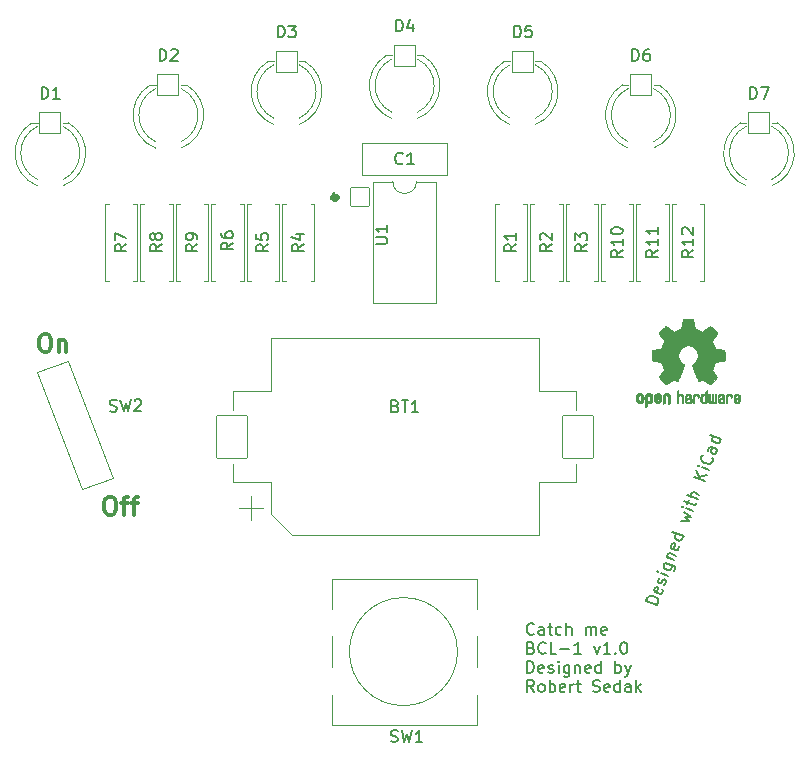
<source format=gto>
G04 #@! TF.GenerationSoftware,KiCad,Pcbnew,6.0.11-2627ca5db0~126~ubuntu20.04.1*
G04 #@! TF.CreationDate,2025-11-03T09:59:40+01:00*
G04 #@! TF.ProjectId,attiny85_catch_me_bcl-1,61747469-6e79-4383-955f-63617463685f,1.0*
G04 #@! TF.SameCoordinates,Original*
G04 #@! TF.FileFunction,Legend,Top*
G04 #@! TF.FilePolarity,Positive*
%FSLAX46Y46*%
G04 Gerber Fmt 4.6, Leading zero omitted, Abs format (unit mm)*
G04 Created by KiCad (PCBNEW 6.0.11-2627ca5db0~126~ubuntu20.04.1) date 2025-11-03 09:59:40*
%MOMM*%
%LPD*%
G01*
G04 APERTURE LIST*
G04 Aperture macros list*
%AMRoundRect*
0 Rectangle with rounded corners*
0 $1 Rounding radius*
0 $2 $3 $4 $5 $6 $7 $8 $9 X,Y pos of 4 corners*
0 Add a 4 corners polygon primitive as box body*
4,1,4,$2,$3,$4,$5,$6,$7,$8,$9,$2,$3,0*
0 Add four circle primitives for the rounded corners*
1,1,$1+$1,$2,$3*
1,1,$1+$1,$4,$5*
1,1,$1+$1,$6,$7*
1,1,$1+$1,$8,$9*
0 Add four rect primitives between the rounded corners*
20,1,$1+$1,$2,$3,$4,$5,0*
20,1,$1+$1,$4,$5,$6,$7,0*
20,1,$1+$1,$6,$7,$8,$9,0*
20,1,$1+$1,$8,$9,$2,$3,0*%
G04 Aperture macros list end*
%ADD10C,0.600000*%
%ADD11C,0.300000*%
%ADD12C,0.200000*%
%ADD13C,0.150000*%
%ADD14C,0.120000*%
%ADD15C,0.010000*%
%ADD16RoundRect,0.526000X0.413263X0.667431X-0.753713X0.219471X-0.413263X-0.667431X0.753713X-0.219471X0*%
%ADD17RoundRect,0.051000X0.438312X0.984465X-0.984465X0.438312X-0.438312X-0.984465X0.984465X-0.438312X0*%
%ADD18C,1.626000*%
%ADD19C,1.702000*%
%ADD20O,1.702000X1.702000*%
%ADD21RoundRect,0.051000X-0.800000X-0.800000X0.800000X-0.800000X0.800000X0.800000X-0.800000X0.800000X0*%
%ADD22O,3.150000X1.952000*%
%ADD23RoundRect,0.051000X1.300000X1.800000X-1.300000X1.800000X-1.300000X-1.800000X1.300000X-1.800000X0*%
%ADD24RoundRect,0.051000X-0.900000X0.900000X-0.900000X-0.900000X0.900000X-0.900000X0.900000X0.900000X0*%
%ADD25C,1.902000*%
G04 APERTURE END LIST*
D10*
X99226800Y-82000000D02*
G75*
G03*
X99226800Y-82000000I-141400J0D01*
G01*
D11*
X79925000Y-107353571D02*
X80210714Y-107353571D01*
X80353571Y-107425000D01*
X80496428Y-107567857D01*
X80567857Y-107853571D01*
X80567857Y-108353571D01*
X80496428Y-108639285D01*
X80353571Y-108782142D01*
X80210714Y-108853571D01*
X79925000Y-108853571D01*
X79782142Y-108782142D01*
X79639285Y-108639285D01*
X79567857Y-108353571D01*
X79567857Y-107853571D01*
X79639285Y-107567857D01*
X79782142Y-107425000D01*
X79925000Y-107353571D01*
X80996428Y-107853571D02*
X81567857Y-107853571D01*
X81210714Y-108853571D02*
X81210714Y-107567857D01*
X81282142Y-107425000D01*
X81425000Y-107353571D01*
X81567857Y-107353571D01*
X81853571Y-107853571D02*
X82425000Y-107853571D01*
X82067857Y-108853571D02*
X82067857Y-107567857D01*
X82139285Y-107425000D01*
X82282142Y-107353571D01*
X82425000Y-107353571D01*
X74428571Y-93578571D02*
X74714285Y-93578571D01*
X74857142Y-93650000D01*
X75000000Y-93792857D01*
X75071428Y-94078571D01*
X75071428Y-94578571D01*
X75000000Y-94864285D01*
X74857142Y-95007142D01*
X74714285Y-95078571D01*
X74428571Y-95078571D01*
X74285714Y-95007142D01*
X74142857Y-94864285D01*
X74071428Y-94578571D01*
X74071428Y-94078571D01*
X74142857Y-93792857D01*
X74285714Y-93650000D01*
X74428571Y-93578571D01*
X75714285Y-94078571D02*
X75714285Y-95078571D01*
X75714285Y-94221428D02*
X75785714Y-94150000D01*
X75928571Y-94078571D01*
X76142857Y-94078571D01*
X76285714Y-94150000D01*
X76357142Y-94292857D01*
X76357142Y-95078571D01*
D12*
X126377041Y-116507800D02*
X125443461Y-116149432D01*
X125528787Y-115927151D01*
X125624438Y-115810847D01*
X125747481Y-115756065D01*
X125853458Y-115745739D01*
X126048348Y-115769543D01*
X126181717Y-115820739D01*
X126342477Y-115933456D01*
X126414324Y-116012042D01*
X126469106Y-116135085D01*
X126462367Y-116285519D01*
X126377041Y-116507800D01*
X126827474Y-115201504D02*
X126837800Y-115307482D01*
X126769540Y-115485307D01*
X126690953Y-115557154D01*
X126584975Y-115567480D01*
X126229326Y-115430959D01*
X126157479Y-115352372D01*
X126147153Y-115246395D01*
X126215413Y-115068570D01*
X126294000Y-114996723D01*
X126399977Y-114986397D01*
X126488890Y-115020527D01*
X126407151Y-115499219D01*
X126981060Y-114801398D02*
X127059647Y-114729551D01*
X127127907Y-114551726D01*
X127117582Y-114445749D01*
X127045734Y-114367162D01*
X127001278Y-114350097D01*
X126895301Y-114360423D01*
X126816714Y-114432270D01*
X126765519Y-114565639D01*
X126686932Y-114637486D01*
X126580955Y-114647812D01*
X126536498Y-114630747D01*
X126464651Y-114552161D01*
X126454325Y-114446183D01*
X126505521Y-114312814D01*
X126584107Y-114240967D01*
X127332689Y-114018252D02*
X126710302Y-113779340D01*
X126399109Y-113659884D02*
X126426500Y-113721405D01*
X126488021Y-113694014D01*
X126460630Y-113632493D01*
X126399109Y-113659884D01*
X126488021Y-113694014D01*
X127034540Y-112934672D02*
X127790295Y-113224779D01*
X127862143Y-113303366D01*
X127889534Y-113364887D01*
X127899860Y-113470865D01*
X127848664Y-113604233D01*
X127770078Y-113676081D01*
X127612471Y-113156519D02*
X127622797Y-113262496D01*
X127554536Y-113440321D01*
X127475950Y-113512168D01*
X127414428Y-113539559D01*
X127308451Y-113549885D01*
X127041713Y-113447495D01*
X126969866Y-113368908D01*
X126942475Y-113307387D01*
X126932149Y-113201409D01*
X127000410Y-113023584D01*
X127078996Y-112951737D01*
X127205191Y-112490110D02*
X127827578Y-112729022D01*
X127294104Y-112524240D02*
X127266713Y-112462719D01*
X127256387Y-112356741D01*
X127307582Y-112223372D01*
X127386169Y-112151525D01*
X127492146Y-112141199D01*
X127981165Y-112328916D01*
X128243881Y-111511639D02*
X128254207Y-111617616D01*
X128185946Y-111795441D01*
X128107360Y-111867289D01*
X128001382Y-111877615D01*
X127645732Y-111741093D01*
X127573885Y-111662507D01*
X127563559Y-111556529D01*
X127631820Y-111378704D01*
X127710406Y-111306857D01*
X127816384Y-111296531D01*
X127905296Y-111330662D01*
X127823557Y-111809354D01*
X128612575Y-110684036D02*
X127678994Y-110325668D01*
X128568118Y-110666971D02*
X128578444Y-110772948D01*
X128510184Y-110950773D01*
X128431597Y-111022621D01*
X128370076Y-111050012D01*
X128264098Y-111060338D01*
X127997361Y-110957947D01*
X127925514Y-110879360D01*
X127898123Y-110817839D01*
X127887797Y-110711861D01*
X127956057Y-110534036D01*
X128034644Y-110462189D01*
X128399751Y-109378175D02*
X129090399Y-109439262D01*
X128714097Y-109090786D01*
X129226920Y-109083612D01*
X128672793Y-108666876D01*
X129431701Y-108550138D02*
X128809315Y-108311226D01*
X128498121Y-108191770D02*
X128525512Y-108253291D01*
X128587033Y-108225900D01*
X128559642Y-108164379D01*
X128498121Y-108191770D01*
X128587033Y-108225900D01*
X128928770Y-108000032D02*
X129065292Y-107644383D01*
X128668772Y-107747208D02*
X129468984Y-108054380D01*
X129574962Y-108044054D01*
X129653548Y-107972207D01*
X129687679Y-107883295D01*
X129807135Y-107572101D02*
X128873554Y-107213733D01*
X129960721Y-107171995D02*
X129471702Y-106984279D01*
X129365725Y-106994605D01*
X129287138Y-107066452D01*
X129235943Y-107199821D01*
X129246269Y-107305798D01*
X129273660Y-107367320D01*
X130404414Y-106016134D02*
X129470834Y-105657766D01*
X130609196Y-105482659D02*
X129922135Y-105677984D01*
X129675616Y-105124291D02*
X130004309Y-105862548D01*
X130762782Y-105082553D02*
X130140395Y-104843642D01*
X129829202Y-104724186D02*
X129856593Y-104785707D01*
X129918114Y-104758316D01*
X129890723Y-104696794D01*
X129829202Y-104724186D01*
X129918114Y-104758316D01*
X131049303Y-104070387D02*
X131076694Y-104131908D01*
X131069955Y-104282342D01*
X131035825Y-104371254D01*
X130940173Y-104487558D01*
X130817130Y-104542340D01*
X130711153Y-104552666D01*
X130516263Y-104528861D01*
X130382894Y-104477666D01*
X130222134Y-104364949D01*
X130150287Y-104286363D01*
X130095505Y-104163320D01*
X130102244Y-104012886D01*
X130136375Y-103923974D01*
X130232026Y-103807670D01*
X130293547Y-103780279D01*
X131445388Y-103304305D02*
X130956370Y-103116588D01*
X130850392Y-103126914D01*
X130771806Y-103198762D01*
X130703545Y-103376587D01*
X130713871Y-103482564D01*
X131400932Y-103287240D02*
X131411258Y-103393217D01*
X131325932Y-103615499D01*
X131247346Y-103687346D01*
X131141368Y-103697672D01*
X131052456Y-103663541D01*
X130980608Y-103584955D01*
X130970282Y-103478977D01*
X131055608Y-103256696D01*
X131045282Y-103150719D01*
X131769626Y-102459637D02*
X130836045Y-102101269D01*
X131725169Y-102442572D02*
X131735495Y-102548549D01*
X131667235Y-102726374D01*
X131588648Y-102798222D01*
X131527127Y-102825613D01*
X131421149Y-102835939D01*
X131154412Y-102733548D01*
X131082565Y-102654961D01*
X131055174Y-102593440D01*
X131044848Y-102487462D01*
X131113108Y-102309637D01*
X131191695Y-102237790D01*
X115939523Y-118942142D02*
X115891904Y-118989761D01*
X115749047Y-119037380D01*
X115653809Y-119037380D01*
X115510952Y-118989761D01*
X115415714Y-118894523D01*
X115368095Y-118799285D01*
X115320476Y-118608809D01*
X115320476Y-118465952D01*
X115368095Y-118275476D01*
X115415714Y-118180238D01*
X115510952Y-118085000D01*
X115653809Y-118037380D01*
X115749047Y-118037380D01*
X115891904Y-118085000D01*
X115939523Y-118132619D01*
X116796666Y-119037380D02*
X116796666Y-118513571D01*
X116749047Y-118418333D01*
X116653809Y-118370714D01*
X116463333Y-118370714D01*
X116368095Y-118418333D01*
X116796666Y-118989761D02*
X116701428Y-119037380D01*
X116463333Y-119037380D01*
X116368095Y-118989761D01*
X116320476Y-118894523D01*
X116320476Y-118799285D01*
X116368095Y-118704047D01*
X116463333Y-118656428D01*
X116701428Y-118656428D01*
X116796666Y-118608809D01*
X117130000Y-118370714D02*
X117510952Y-118370714D01*
X117272857Y-118037380D02*
X117272857Y-118894523D01*
X117320476Y-118989761D01*
X117415714Y-119037380D01*
X117510952Y-119037380D01*
X118272857Y-118989761D02*
X118177619Y-119037380D01*
X117987142Y-119037380D01*
X117891904Y-118989761D01*
X117844285Y-118942142D01*
X117796666Y-118846904D01*
X117796666Y-118561190D01*
X117844285Y-118465952D01*
X117891904Y-118418333D01*
X117987142Y-118370714D01*
X118177619Y-118370714D01*
X118272857Y-118418333D01*
X118701428Y-119037380D02*
X118701428Y-118037380D01*
X119130000Y-119037380D02*
X119130000Y-118513571D01*
X119082380Y-118418333D01*
X118987142Y-118370714D01*
X118844285Y-118370714D01*
X118749047Y-118418333D01*
X118701428Y-118465952D01*
X120368095Y-119037380D02*
X120368095Y-118370714D01*
X120368095Y-118465952D02*
X120415714Y-118418333D01*
X120510952Y-118370714D01*
X120653809Y-118370714D01*
X120749047Y-118418333D01*
X120796666Y-118513571D01*
X120796666Y-119037380D01*
X120796666Y-118513571D02*
X120844285Y-118418333D01*
X120939523Y-118370714D01*
X121082380Y-118370714D01*
X121177619Y-118418333D01*
X121225238Y-118513571D01*
X121225238Y-119037380D01*
X122082380Y-118989761D02*
X121987142Y-119037380D01*
X121796666Y-119037380D01*
X121701428Y-118989761D01*
X121653809Y-118894523D01*
X121653809Y-118513571D01*
X121701428Y-118418333D01*
X121796666Y-118370714D01*
X121987142Y-118370714D01*
X122082380Y-118418333D01*
X122130000Y-118513571D01*
X122130000Y-118608809D01*
X121653809Y-118704047D01*
X115701428Y-120123571D02*
X115844285Y-120171190D01*
X115891904Y-120218809D01*
X115939523Y-120314047D01*
X115939523Y-120456904D01*
X115891904Y-120552142D01*
X115844285Y-120599761D01*
X115749047Y-120647380D01*
X115368095Y-120647380D01*
X115368095Y-119647380D01*
X115701428Y-119647380D01*
X115796666Y-119695000D01*
X115844285Y-119742619D01*
X115891904Y-119837857D01*
X115891904Y-119933095D01*
X115844285Y-120028333D01*
X115796666Y-120075952D01*
X115701428Y-120123571D01*
X115368095Y-120123571D01*
X116939523Y-120552142D02*
X116891904Y-120599761D01*
X116749047Y-120647380D01*
X116653809Y-120647380D01*
X116510952Y-120599761D01*
X116415714Y-120504523D01*
X116368095Y-120409285D01*
X116320476Y-120218809D01*
X116320476Y-120075952D01*
X116368095Y-119885476D01*
X116415714Y-119790238D01*
X116510952Y-119695000D01*
X116653809Y-119647380D01*
X116749047Y-119647380D01*
X116891904Y-119695000D01*
X116939523Y-119742619D01*
X117844285Y-120647380D02*
X117368095Y-120647380D01*
X117368095Y-119647380D01*
X118177619Y-120266428D02*
X118939523Y-120266428D01*
X119939523Y-120647380D02*
X119368095Y-120647380D01*
X119653809Y-120647380D02*
X119653809Y-119647380D01*
X119558571Y-119790238D01*
X119463333Y-119885476D01*
X119368095Y-119933095D01*
X121034761Y-119980714D02*
X121272857Y-120647380D01*
X121510952Y-119980714D01*
X122415714Y-120647380D02*
X121844285Y-120647380D01*
X122130000Y-120647380D02*
X122130000Y-119647380D01*
X122034761Y-119790238D01*
X121939523Y-119885476D01*
X121844285Y-119933095D01*
X122844285Y-120552142D02*
X122891904Y-120599761D01*
X122844285Y-120647380D01*
X122796666Y-120599761D01*
X122844285Y-120552142D01*
X122844285Y-120647380D01*
X123510952Y-119647380D02*
X123606190Y-119647380D01*
X123701428Y-119695000D01*
X123749047Y-119742619D01*
X123796666Y-119837857D01*
X123844285Y-120028333D01*
X123844285Y-120266428D01*
X123796666Y-120456904D01*
X123749047Y-120552142D01*
X123701428Y-120599761D01*
X123606190Y-120647380D01*
X123510952Y-120647380D01*
X123415714Y-120599761D01*
X123368095Y-120552142D01*
X123320476Y-120456904D01*
X123272857Y-120266428D01*
X123272857Y-120028333D01*
X123320476Y-119837857D01*
X123368095Y-119742619D01*
X123415714Y-119695000D01*
X123510952Y-119647380D01*
X115368095Y-122257380D02*
X115368095Y-121257380D01*
X115606190Y-121257380D01*
X115749047Y-121305000D01*
X115844285Y-121400238D01*
X115891904Y-121495476D01*
X115939523Y-121685952D01*
X115939523Y-121828809D01*
X115891904Y-122019285D01*
X115844285Y-122114523D01*
X115749047Y-122209761D01*
X115606190Y-122257380D01*
X115368095Y-122257380D01*
X116749047Y-122209761D02*
X116653809Y-122257380D01*
X116463333Y-122257380D01*
X116368095Y-122209761D01*
X116320476Y-122114523D01*
X116320476Y-121733571D01*
X116368095Y-121638333D01*
X116463333Y-121590714D01*
X116653809Y-121590714D01*
X116749047Y-121638333D01*
X116796666Y-121733571D01*
X116796666Y-121828809D01*
X116320476Y-121924047D01*
X117177619Y-122209761D02*
X117272857Y-122257380D01*
X117463333Y-122257380D01*
X117558571Y-122209761D01*
X117606190Y-122114523D01*
X117606190Y-122066904D01*
X117558571Y-121971666D01*
X117463333Y-121924047D01*
X117320476Y-121924047D01*
X117225238Y-121876428D01*
X117177619Y-121781190D01*
X117177619Y-121733571D01*
X117225238Y-121638333D01*
X117320476Y-121590714D01*
X117463333Y-121590714D01*
X117558571Y-121638333D01*
X118034761Y-122257380D02*
X118034761Y-121590714D01*
X118034761Y-121257380D02*
X117987142Y-121305000D01*
X118034761Y-121352619D01*
X118082380Y-121305000D01*
X118034761Y-121257380D01*
X118034761Y-121352619D01*
X118939523Y-121590714D02*
X118939523Y-122400238D01*
X118891904Y-122495476D01*
X118844285Y-122543095D01*
X118749047Y-122590714D01*
X118606190Y-122590714D01*
X118510952Y-122543095D01*
X118939523Y-122209761D02*
X118844285Y-122257380D01*
X118653809Y-122257380D01*
X118558571Y-122209761D01*
X118510952Y-122162142D01*
X118463333Y-122066904D01*
X118463333Y-121781190D01*
X118510952Y-121685952D01*
X118558571Y-121638333D01*
X118653809Y-121590714D01*
X118844285Y-121590714D01*
X118939523Y-121638333D01*
X119415714Y-121590714D02*
X119415714Y-122257380D01*
X119415714Y-121685952D02*
X119463333Y-121638333D01*
X119558571Y-121590714D01*
X119701428Y-121590714D01*
X119796666Y-121638333D01*
X119844285Y-121733571D01*
X119844285Y-122257380D01*
X120701428Y-122209761D02*
X120606190Y-122257380D01*
X120415714Y-122257380D01*
X120320476Y-122209761D01*
X120272857Y-122114523D01*
X120272857Y-121733571D01*
X120320476Y-121638333D01*
X120415714Y-121590714D01*
X120606190Y-121590714D01*
X120701428Y-121638333D01*
X120749047Y-121733571D01*
X120749047Y-121828809D01*
X120272857Y-121924047D01*
X121606190Y-122257380D02*
X121606190Y-121257380D01*
X121606190Y-122209761D02*
X121510952Y-122257380D01*
X121320476Y-122257380D01*
X121225238Y-122209761D01*
X121177619Y-122162142D01*
X121130000Y-122066904D01*
X121130000Y-121781190D01*
X121177619Y-121685952D01*
X121225238Y-121638333D01*
X121320476Y-121590714D01*
X121510952Y-121590714D01*
X121606190Y-121638333D01*
X122844285Y-122257380D02*
X122844285Y-121257380D01*
X122844285Y-121638333D02*
X122939523Y-121590714D01*
X123130000Y-121590714D01*
X123225238Y-121638333D01*
X123272857Y-121685952D01*
X123320476Y-121781190D01*
X123320476Y-122066904D01*
X123272857Y-122162142D01*
X123225238Y-122209761D01*
X123130000Y-122257380D01*
X122939523Y-122257380D01*
X122844285Y-122209761D01*
X123653809Y-121590714D02*
X123891904Y-122257380D01*
X124130000Y-121590714D02*
X123891904Y-122257380D01*
X123796666Y-122495476D01*
X123749047Y-122543095D01*
X123653809Y-122590714D01*
X115939523Y-123867380D02*
X115606190Y-123391190D01*
X115368095Y-123867380D02*
X115368095Y-122867380D01*
X115749047Y-122867380D01*
X115844285Y-122915000D01*
X115891904Y-122962619D01*
X115939523Y-123057857D01*
X115939523Y-123200714D01*
X115891904Y-123295952D01*
X115844285Y-123343571D01*
X115749047Y-123391190D01*
X115368095Y-123391190D01*
X116510952Y-123867380D02*
X116415714Y-123819761D01*
X116368095Y-123772142D01*
X116320476Y-123676904D01*
X116320476Y-123391190D01*
X116368095Y-123295952D01*
X116415714Y-123248333D01*
X116510952Y-123200714D01*
X116653809Y-123200714D01*
X116749047Y-123248333D01*
X116796666Y-123295952D01*
X116844285Y-123391190D01*
X116844285Y-123676904D01*
X116796666Y-123772142D01*
X116749047Y-123819761D01*
X116653809Y-123867380D01*
X116510952Y-123867380D01*
X117272857Y-123867380D02*
X117272857Y-122867380D01*
X117272857Y-123248333D02*
X117368095Y-123200714D01*
X117558571Y-123200714D01*
X117653809Y-123248333D01*
X117701428Y-123295952D01*
X117749047Y-123391190D01*
X117749047Y-123676904D01*
X117701428Y-123772142D01*
X117653809Y-123819761D01*
X117558571Y-123867380D01*
X117368095Y-123867380D01*
X117272857Y-123819761D01*
X118558571Y-123819761D02*
X118463333Y-123867380D01*
X118272857Y-123867380D01*
X118177619Y-123819761D01*
X118130000Y-123724523D01*
X118130000Y-123343571D01*
X118177619Y-123248333D01*
X118272857Y-123200714D01*
X118463333Y-123200714D01*
X118558571Y-123248333D01*
X118606190Y-123343571D01*
X118606190Y-123438809D01*
X118130000Y-123534047D01*
X119034761Y-123867380D02*
X119034761Y-123200714D01*
X119034761Y-123391190D02*
X119082380Y-123295952D01*
X119130000Y-123248333D01*
X119225238Y-123200714D01*
X119320476Y-123200714D01*
X119510952Y-123200714D02*
X119891904Y-123200714D01*
X119653809Y-122867380D02*
X119653809Y-123724523D01*
X119701428Y-123819761D01*
X119796666Y-123867380D01*
X119891904Y-123867380D01*
X120939523Y-123819761D02*
X121082380Y-123867380D01*
X121320476Y-123867380D01*
X121415714Y-123819761D01*
X121463333Y-123772142D01*
X121510952Y-123676904D01*
X121510952Y-123581666D01*
X121463333Y-123486428D01*
X121415714Y-123438809D01*
X121320476Y-123391190D01*
X121130000Y-123343571D01*
X121034761Y-123295952D01*
X120987142Y-123248333D01*
X120939523Y-123153095D01*
X120939523Y-123057857D01*
X120987142Y-122962619D01*
X121034761Y-122915000D01*
X121130000Y-122867380D01*
X121368095Y-122867380D01*
X121510952Y-122915000D01*
X122320476Y-123819761D02*
X122225238Y-123867380D01*
X122034761Y-123867380D01*
X121939523Y-123819761D01*
X121891904Y-123724523D01*
X121891904Y-123343571D01*
X121939523Y-123248333D01*
X122034761Y-123200714D01*
X122225238Y-123200714D01*
X122320476Y-123248333D01*
X122368095Y-123343571D01*
X122368095Y-123438809D01*
X121891904Y-123534047D01*
X123225238Y-123867380D02*
X123225238Y-122867380D01*
X123225238Y-123819761D02*
X123130000Y-123867380D01*
X122939523Y-123867380D01*
X122844285Y-123819761D01*
X122796666Y-123772142D01*
X122749047Y-123676904D01*
X122749047Y-123391190D01*
X122796666Y-123295952D01*
X122844285Y-123248333D01*
X122939523Y-123200714D01*
X123130000Y-123200714D01*
X123225238Y-123248333D01*
X124130000Y-123867380D02*
X124130000Y-123343571D01*
X124082380Y-123248333D01*
X123987142Y-123200714D01*
X123796666Y-123200714D01*
X123701428Y-123248333D01*
X124130000Y-123819761D02*
X124034761Y-123867380D01*
X123796666Y-123867380D01*
X123701428Y-123819761D01*
X123653809Y-123724523D01*
X123653809Y-123629285D01*
X123701428Y-123534047D01*
X123796666Y-123486428D01*
X124034761Y-123486428D01*
X124130000Y-123438809D01*
X124606190Y-123867380D02*
X124606190Y-122867380D01*
X124701428Y-123486428D02*
X124987142Y-123867380D01*
X124987142Y-123200714D02*
X124606190Y-123581666D01*
D13*
X80055533Y-100097570D02*
X80199200Y-100142688D01*
X80437259Y-100138533D01*
X80531651Y-100089259D01*
X80578432Y-100040816D01*
X80624382Y-99944761D01*
X80622720Y-99849538D01*
X80573446Y-99755145D01*
X80525003Y-99708365D01*
X80428948Y-99662415D01*
X80237670Y-99618127D01*
X80141615Y-99572178D01*
X80093172Y-99525397D01*
X80043898Y-99431005D01*
X80042236Y-99335781D01*
X80088186Y-99239726D01*
X80134967Y-99191283D01*
X80229359Y-99142009D01*
X80467418Y-99137854D01*
X80611085Y-99182973D01*
X80943536Y-99129543D02*
X81199047Y-100125236D01*
X81377029Y-99407735D01*
X81579942Y-100118587D01*
X81800548Y-99114584D01*
X82135493Y-99203990D02*
X82182274Y-99155548D01*
X82276666Y-99106274D01*
X82514725Y-99102118D01*
X82610780Y-99148068D01*
X82659223Y-99194849D01*
X82708497Y-99289241D01*
X82710159Y-99384465D01*
X82665040Y-99528131D01*
X82103672Y-100109446D01*
X82722625Y-100098642D01*
X120452380Y-85976666D02*
X119976190Y-86310000D01*
X120452380Y-86548095D02*
X119452380Y-86548095D01*
X119452380Y-86167142D01*
X119500000Y-86071904D01*
X119547619Y-86024285D01*
X119642857Y-85976666D01*
X119785714Y-85976666D01*
X119880952Y-86024285D01*
X119928571Y-86071904D01*
X119976190Y-86167142D01*
X119976190Y-86548095D01*
X119452380Y-85643333D02*
X119452380Y-85024285D01*
X119833333Y-85357619D01*
X119833333Y-85214761D01*
X119880952Y-85119523D01*
X119928571Y-85071904D01*
X120023809Y-85024285D01*
X120261904Y-85024285D01*
X120357142Y-85071904D01*
X120404761Y-85119523D01*
X120452380Y-85214761D01*
X120452380Y-85500476D01*
X120404761Y-85595714D01*
X120357142Y-85643333D01*
X117452380Y-85976666D02*
X116976190Y-86310000D01*
X117452380Y-86548095D02*
X116452380Y-86548095D01*
X116452380Y-86167142D01*
X116500000Y-86071904D01*
X116547619Y-86024285D01*
X116642857Y-85976666D01*
X116785714Y-85976666D01*
X116880952Y-86024285D01*
X116928571Y-86071904D01*
X116976190Y-86167142D01*
X116976190Y-86548095D01*
X116547619Y-85595714D02*
X116500000Y-85548095D01*
X116452380Y-85452857D01*
X116452380Y-85214761D01*
X116500000Y-85119523D01*
X116547619Y-85071904D01*
X116642857Y-85024285D01*
X116738095Y-85024285D01*
X116880952Y-85071904D01*
X117452380Y-85643333D01*
X117452380Y-85024285D01*
X114452380Y-85976666D02*
X113976190Y-86310000D01*
X114452380Y-86548095D02*
X113452380Y-86548095D01*
X113452380Y-86167142D01*
X113500000Y-86071904D01*
X113547619Y-86024285D01*
X113642857Y-85976666D01*
X113785714Y-85976666D01*
X113880952Y-86024285D01*
X113928571Y-86071904D01*
X113976190Y-86167142D01*
X113976190Y-86548095D01*
X114452380Y-85024285D02*
X114452380Y-85595714D01*
X114452380Y-85310000D02*
X113452380Y-85310000D01*
X113595238Y-85405238D01*
X113690476Y-85500476D01*
X113738095Y-85595714D01*
X96452380Y-85976666D02*
X95976190Y-86310000D01*
X96452380Y-86548095D02*
X95452380Y-86548095D01*
X95452380Y-86167142D01*
X95500000Y-86071904D01*
X95547619Y-86024285D01*
X95642857Y-85976666D01*
X95785714Y-85976666D01*
X95880952Y-86024285D01*
X95928571Y-86071904D01*
X95976190Y-86167142D01*
X95976190Y-86548095D01*
X95785714Y-85119523D02*
X96452380Y-85119523D01*
X95404761Y-85357619D02*
X96119047Y-85595714D01*
X96119047Y-84976666D01*
X102547380Y-85936904D02*
X103356904Y-85936904D01*
X103452142Y-85889285D01*
X103499761Y-85841666D01*
X103547380Y-85746428D01*
X103547380Y-85555952D01*
X103499761Y-85460714D01*
X103452142Y-85413095D01*
X103356904Y-85365476D01*
X102547380Y-85365476D01*
X103547380Y-84365476D02*
X103547380Y-84936904D01*
X103547380Y-84651190D02*
X102547380Y-84651190D01*
X102690238Y-84746428D01*
X102785476Y-84841666D01*
X102833095Y-84936904D01*
X103836666Y-128064761D02*
X103979523Y-128112380D01*
X104217619Y-128112380D01*
X104312857Y-128064761D01*
X104360476Y-128017142D01*
X104408095Y-127921904D01*
X104408095Y-127826666D01*
X104360476Y-127731428D01*
X104312857Y-127683809D01*
X104217619Y-127636190D01*
X104027142Y-127588571D01*
X103931904Y-127540952D01*
X103884285Y-127493333D01*
X103836666Y-127398095D01*
X103836666Y-127302857D01*
X103884285Y-127207619D01*
X103931904Y-127160000D01*
X104027142Y-127112380D01*
X104265238Y-127112380D01*
X104408095Y-127160000D01*
X104741428Y-127112380D02*
X104979523Y-128112380D01*
X105170000Y-127398095D01*
X105360476Y-128112380D01*
X105598571Y-127112380D01*
X106503333Y-128112380D02*
X105931904Y-128112380D01*
X106217619Y-128112380D02*
X106217619Y-127112380D01*
X106122380Y-127255238D01*
X106027142Y-127350476D01*
X105931904Y-127398095D01*
X104214285Y-99663571D02*
X104357142Y-99711190D01*
X104404761Y-99758809D01*
X104452380Y-99854047D01*
X104452380Y-99996904D01*
X104404761Y-100092142D01*
X104357142Y-100139761D01*
X104261904Y-100187380D01*
X103880952Y-100187380D01*
X103880952Y-99187380D01*
X104214285Y-99187380D01*
X104309523Y-99235000D01*
X104357142Y-99282619D01*
X104404761Y-99377857D01*
X104404761Y-99473095D01*
X104357142Y-99568333D01*
X104309523Y-99615952D01*
X104214285Y-99663571D01*
X103880952Y-99663571D01*
X104738095Y-99187380D02*
X105309523Y-99187380D01*
X105023809Y-100187380D02*
X105023809Y-99187380D01*
X106166666Y-100187380D02*
X105595238Y-100187380D01*
X105880952Y-100187380D02*
X105880952Y-99187380D01*
X105785714Y-99330238D01*
X105690476Y-99425476D01*
X105595238Y-99473095D01*
X104833333Y-79107142D02*
X104785714Y-79154761D01*
X104642857Y-79202380D01*
X104547619Y-79202380D01*
X104404761Y-79154761D01*
X104309523Y-79059523D01*
X104261904Y-78964285D01*
X104214285Y-78773809D01*
X104214285Y-78630952D01*
X104261904Y-78440476D01*
X104309523Y-78345238D01*
X104404761Y-78250000D01*
X104547619Y-78202380D01*
X104642857Y-78202380D01*
X104785714Y-78250000D01*
X104833333Y-78297619D01*
X105785714Y-79202380D02*
X105214285Y-79202380D01*
X105500000Y-79202380D02*
X105500000Y-78202380D01*
X105404761Y-78345238D01*
X105309523Y-78440476D01*
X105214285Y-78488095D01*
X124261904Y-70452380D02*
X124261904Y-69452380D01*
X124500000Y-69452380D01*
X124642857Y-69500000D01*
X124738095Y-69595238D01*
X124785714Y-69690476D01*
X124833333Y-69880952D01*
X124833333Y-70023809D01*
X124785714Y-70214285D01*
X124738095Y-70309523D01*
X124642857Y-70404761D01*
X124500000Y-70452380D01*
X124261904Y-70452380D01*
X125690476Y-69452380D02*
X125500000Y-69452380D01*
X125404761Y-69500000D01*
X125357142Y-69547619D01*
X125261904Y-69690476D01*
X125214285Y-69880952D01*
X125214285Y-70261904D01*
X125261904Y-70357142D01*
X125309523Y-70404761D01*
X125404761Y-70452380D01*
X125595238Y-70452380D01*
X125690476Y-70404761D01*
X125738095Y-70357142D01*
X125785714Y-70261904D01*
X125785714Y-70023809D01*
X125738095Y-69928571D01*
X125690476Y-69880952D01*
X125595238Y-69833333D01*
X125404761Y-69833333D01*
X125309523Y-69880952D01*
X125261904Y-69928571D01*
X125214285Y-70023809D01*
X114261904Y-68452380D02*
X114261904Y-67452380D01*
X114500000Y-67452380D01*
X114642857Y-67500000D01*
X114738095Y-67595238D01*
X114785714Y-67690476D01*
X114833333Y-67880952D01*
X114833333Y-68023809D01*
X114785714Y-68214285D01*
X114738095Y-68309523D01*
X114642857Y-68404761D01*
X114500000Y-68452380D01*
X114261904Y-68452380D01*
X115738095Y-67452380D02*
X115261904Y-67452380D01*
X115214285Y-67928571D01*
X115261904Y-67880952D01*
X115357142Y-67833333D01*
X115595238Y-67833333D01*
X115690476Y-67880952D01*
X115738095Y-67928571D01*
X115785714Y-68023809D01*
X115785714Y-68261904D01*
X115738095Y-68357142D01*
X115690476Y-68404761D01*
X115595238Y-68452380D01*
X115357142Y-68452380D01*
X115261904Y-68404761D01*
X115214285Y-68357142D01*
X84261904Y-70452380D02*
X84261904Y-69452380D01*
X84500000Y-69452380D01*
X84642857Y-69500000D01*
X84738095Y-69595238D01*
X84785714Y-69690476D01*
X84833333Y-69880952D01*
X84833333Y-70023809D01*
X84785714Y-70214285D01*
X84738095Y-70309523D01*
X84642857Y-70404761D01*
X84500000Y-70452380D01*
X84261904Y-70452380D01*
X85214285Y-69547619D02*
X85261904Y-69500000D01*
X85357142Y-69452380D01*
X85595238Y-69452380D01*
X85690476Y-69500000D01*
X85738095Y-69547619D01*
X85785714Y-69642857D01*
X85785714Y-69738095D01*
X85738095Y-69880952D01*
X85166666Y-70452380D01*
X85785714Y-70452380D01*
X81452380Y-85976666D02*
X80976190Y-86310000D01*
X81452380Y-86548095D02*
X80452380Y-86548095D01*
X80452380Y-86167142D01*
X80500000Y-86071904D01*
X80547619Y-86024285D01*
X80642857Y-85976666D01*
X80785714Y-85976666D01*
X80880952Y-86024285D01*
X80928571Y-86071904D01*
X80976190Y-86167142D01*
X80976190Y-86548095D01*
X80452380Y-85643333D02*
X80452380Y-84976666D01*
X81452380Y-85405238D01*
X87452380Y-85976666D02*
X86976190Y-86310000D01*
X87452380Y-86548095D02*
X86452380Y-86548095D01*
X86452380Y-86167142D01*
X86500000Y-86071904D01*
X86547619Y-86024285D01*
X86642857Y-85976666D01*
X86785714Y-85976666D01*
X86880952Y-86024285D01*
X86928571Y-86071904D01*
X86976190Y-86167142D01*
X86976190Y-86548095D01*
X87452380Y-85500476D02*
X87452380Y-85310000D01*
X87404761Y-85214761D01*
X87357142Y-85167142D01*
X87214285Y-85071904D01*
X87023809Y-85024285D01*
X86642857Y-85024285D01*
X86547619Y-85071904D01*
X86500000Y-85119523D01*
X86452380Y-85214761D01*
X86452380Y-85405238D01*
X86500000Y-85500476D01*
X86547619Y-85548095D01*
X86642857Y-85595714D01*
X86880952Y-85595714D01*
X86976190Y-85548095D01*
X87023809Y-85500476D01*
X87071428Y-85405238D01*
X87071428Y-85214761D01*
X87023809Y-85119523D01*
X86976190Y-85071904D01*
X86880952Y-85024285D01*
X104261904Y-67952380D02*
X104261904Y-66952380D01*
X104500000Y-66952380D01*
X104642857Y-67000000D01*
X104738095Y-67095238D01*
X104785714Y-67190476D01*
X104833333Y-67380952D01*
X104833333Y-67523809D01*
X104785714Y-67714285D01*
X104738095Y-67809523D01*
X104642857Y-67904761D01*
X104500000Y-67952380D01*
X104261904Y-67952380D01*
X105690476Y-67285714D02*
X105690476Y-67952380D01*
X105452380Y-66904761D02*
X105214285Y-67619047D01*
X105833333Y-67619047D01*
X94261904Y-68452380D02*
X94261904Y-67452380D01*
X94500000Y-67452380D01*
X94642857Y-67500000D01*
X94738095Y-67595238D01*
X94785714Y-67690476D01*
X94833333Y-67880952D01*
X94833333Y-68023809D01*
X94785714Y-68214285D01*
X94738095Y-68309523D01*
X94642857Y-68404761D01*
X94500000Y-68452380D01*
X94261904Y-68452380D01*
X95166666Y-67452380D02*
X95785714Y-67452380D01*
X95452380Y-67833333D01*
X95595238Y-67833333D01*
X95690476Y-67880952D01*
X95738095Y-67928571D01*
X95785714Y-68023809D01*
X95785714Y-68261904D01*
X95738095Y-68357142D01*
X95690476Y-68404761D01*
X95595238Y-68452380D01*
X95309523Y-68452380D01*
X95214285Y-68404761D01*
X95166666Y-68357142D01*
X126452380Y-86452857D02*
X125976190Y-86786190D01*
X126452380Y-87024285D02*
X125452380Y-87024285D01*
X125452380Y-86643333D01*
X125500000Y-86548095D01*
X125547619Y-86500476D01*
X125642857Y-86452857D01*
X125785714Y-86452857D01*
X125880952Y-86500476D01*
X125928571Y-86548095D01*
X125976190Y-86643333D01*
X125976190Y-87024285D01*
X126452380Y-85500476D02*
X126452380Y-86071904D01*
X126452380Y-85786190D02*
X125452380Y-85786190D01*
X125595238Y-85881428D01*
X125690476Y-85976666D01*
X125738095Y-86071904D01*
X126452380Y-84548095D02*
X126452380Y-85119523D01*
X126452380Y-84833809D02*
X125452380Y-84833809D01*
X125595238Y-84929047D01*
X125690476Y-85024285D01*
X125738095Y-85119523D01*
X90452380Y-85840666D02*
X89976190Y-86174000D01*
X90452380Y-86412095D02*
X89452380Y-86412095D01*
X89452380Y-86031142D01*
X89500000Y-85935904D01*
X89547619Y-85888285D01*
X89642857Y-85840666D01*
X89785714Y-85840666D01*
X89880952Y-85888285D01*
X89928571Y-85935904D01*
X89976190Y-86031142D01*
X89976190Y-86412095D01*
X89452380Y-84983523D02*
X89452380Y-85174000D01*
X89500000Y-85269238D01*
X89547619Y-85316857D01*
X89690476Y-85412095D01*
X89880952Y-85459714D01*
X90261904Y-85459714D01*
X90357142Y-85412095D01*
X90404761Y-85364476D01*
X90452380Y-85269238D01*
X90452380Y-85078761D01*
X90404761Y-84983523D01*
X90357142Y-84935904D01*
X90261904Y-84888285D01*
X90023809Y-84888285D01*
X89928571Y-84935904D01*
X89880952Y-84983523D01*
X89833333Y-85078761D01*
X89833333Y-85269238D01*
X89880952Y-85364476D01*
X89928571Y-85412095D01*
X90023809Y-85459714D01*
X123452380Y-86452857D02*
X122976190Y-86786190D01*
X123452380Y-87024285D02*
X122452380Y-87024285D01*
X122452380Y-86643333D01*
X122500000Y-86548095D01*
X122547619Y-86500476D01*
X122642857Y-86452857D01*
X122785714Y-86452857D01*
X122880952Y-86500476D01*
X122928571Y-86548095D01*
X122976190Y-86643333D01*
X122976190Y-87024285D01*
X123452380Y-85500476D02*
X123452380Y-86071904D01*
X123452380Y-85786190D02*
X122452380Y-85786190D01*
X122595238Y-85881428D01*
X122690476Y-85976666D01*
X122738095Y-86071904D01*
X122452380Y-84881428D02*
X122452380Y-84786190D01*
X122500000Y-84690952D01*
X122547619Y-84643333D01*
X122642857Y-84595714D01*
X122833333Y-84548095D01*
X123071428Y-84548095D01*
X123261904Y-84595714D01*
X123357142Y-84643333D01*
X123404761Y-84690952D01*
X123452380Y-84786190D01*
X123452380Y-84881428D01*
X123404761Y-84976666D01*
X123357142Y-85024285D01*
X123261904Y-85071904D01*
X123071428Y-85119523D01*
X122833333Y-85119523D01*
X122642857Y-85071904D01*
X122547619Y-85024285D01*
X122500000Y-84976666D01*
X122452380Y-84881428D01*
X84452380Y-85976666D02*
X83976190Y-86310000D01*
X84452380Y-86548095D02*
X83452380Y-86548095D01*
X83452380Y-86167142D01*
X83500000Y-86071904D01*
X83547619Y-86024285D01*
X83642857Y-85976666D01*
X83785714Y-85976666D01*
X83880952Y-86024285D01*
X83928571Y-86071904D01*
X83976190Y-86167142D01*
X83976190Y-86548095D01*
X83880952Y-85405238D02*
X83833333Y-85500476D01*
X83785714Y-85548095D01*
X83690476Y-85595714D01*
X83642857Y-85595714D01*
X83547619Y-85548095D01*
X83500000Y-85500476D01*
X83452380Y-85405238D01*
X83452380Y-85214761D01*
X83500000Y-85119523D01*
X83547619Y-85071904D01*
X83642857Y-85024285D01*
X83690476Y-85024285D01*
X83785714Y-85071904D01*
X83833333Y-85119523D01*
X83880952Y-85214761D01*
X83880952Y-85405238D01*
X83928571Y-85500476D01*
X83976190Y-85548095D01*
X84071428Y-85595714D01*
X84261904Y-85595714D01*
X84357142Y-85548095D01*
X84404761Y-85500476D01*
X84452380Y-85405238D01*
X84452380Y-85214761D01*
X84404761Y-85119523D01*
X84357142Y-85071904D01*
X84261904Y-85024285D01*
X84071428Y-85024285D01*
X83976190Y-85071904D01*
X83928571Y-85119523D01*
X83880952Y-85214761D01*
X134261904Y-73652380D02*
X134261904Y-72652380D01*
X134500000Y-72652380D01*
X134642857Y-72700000D01*
X134738095Y-72795238D01*
X134785714Y-72890476D01*
X134833333Y-73080952D01*
X134833333Y-73223809D01*
X134785714Y-73414285D01*
X134738095Y-73509523D01*
X134642857Y-73604761D01*
X134500000Y-73652380D01*
X134261904Y-73652380D01*
X135166666Y-72652380D02*
X135833333Y-72652380D01*
X135404761Y-73652380D01*
X93452380Y-85976666D02*
X92976190Y-86310000D01*
X93452380Y-86548095D02*
X92452380Y-86548095D01*
X92452380Y-86167142D01*
X92500000Y-86071904D01*
X92547619Y-86024285D01*
X92642857Y-85976666D01*
X92785714Y-85976666D01*
X92880952Y-86024285D01*
X92928571Y-86071904D01*
X92976190Y-86167142D01*
X92976190Y-86548095D01*
X92452380Y-85071904D02*
X92452380Y-85548095D01*
X92928571Y-85595714D01*
X92880952Y-85548095D01*
X92833333Y-85452857D01*
X92833333Y-85214761D01*
X92880952Y-85119523D01*
X92928571Y-85071904D01*
X93023809Y-85024285D01*
X93261904Y-85024285D01*
X93357142Y-85071904D01*
X93404761Y-85119523D01*
X93452380Y-85214761D01*
X93452380Y-85452857D01*
X93404761Y-85548095D01*
X93357142Y-85595714D01*
X74261904Y-73652380D02*
X74261904Y-72652380D01*
X74500000Y-72652380D01*
X74642857Y-72700000D01*
X74738095Y-72795238D01*
X74785714Y-72890476D01*
X74833333Y-73080952D01*
X74833333Y-73223809D01*
X74785714Y-73414285D01*
X74738095Y-73509523D01*
X74642857Y-73604761D01*
X74500000Y-73652380D01*
X74261904Y-73652380D01*
X75785714Y-73652380D02*
X75214285Y-73652380D01*
X75500000Y-73652380D02*
X75500000Y-72652380D01*
X75404761Y-72795238D01*
X75309523Y-72890476D01*
X75214285Y-72938095D01*
X129452380Y-86452857D02*
X128976190Y-86786190D01*
X129452380Y-87024285D02*
X128452380Y-87024285D01*
X128452380Y-86643333D01*
X128500000Y-86548095D01*
X128547619Y-86500476D01*
X128642857Y-86452857D01*
X128785714Y-86452857D01*
X128880952Y-86500476D01*
X128928571Y-86548095D01*
X128976190Y-86643333D01*
X128976190Y-87024285D01*
X129452380Y-85500476D02*
X129452380Y-86071904D01*
X129452380Y-85786190D02*
X128452380Y-85786190D01*
X128595238Y-85881428D01*
X128690476Y-85976666D01*
X128738095Y-86071904D01*
X128547619Y-85119523D02*
X128500000Y-85071904D01*
X128452380Y-84976666D01*
X128452380Y-84738571D01*
X128500000Y-84643333D01*
X128547619Y-84595714D01*
X128642857Y-84548095D01*
X128738095Y-84548095D01*
X128880952Y-84595714D01*
X129452380Y-85167142D01*
X129452380Y-84548095D01*
D14*
X76507662Y-95825309D02*
X80306363Y-105721261D01*
X77692338Y-106724691D02*
X73893637Y-96828739D01*
X80306363Y-105721261D02*
X77692338Y-106724691D01*
X76507662Y-95825309D02*
X73893637Y-96828739D01*
X121370000Y-89080000D02*
X121370000Y-82540000D01*
X118630000Y-89080000D02*
X118630000Y-82540000D01*
X121370000Y-82540000D02*
X121040000Y-82540000D01*
X118630000Y-82540000D02*
X118960000Y-82540000D01*
X118960000Y-89080000D02*
X118630000Y-89080000D01*
X121040000Y-89080000D02*
X121370000Y-89080000D01*
X115630000Y-89080000D02*
X115630000Y-82540000D01*
X118370000Y-89080000D02*
X118370000Y-82540000D01*
X115630000Y-82540000D02*
X115960000Y-82540000D01*
X118040000Y-89080000D02*
X118370000Y-89080000D01*
X118370000Y-82540000D02*
X118040000Y-82540000D01*
X115960000Y-89080000D02*
X115630000Y-89080000D01*
X115370000Y-89080000D02*
X115370000Y-82540000D01*
X112960000Y-89080000D02*
X112630000Y-89080000D01*
X115370000Y-82540000D02*
X115040000Y-82540000D01*
X112630000Y-82540000D02*
X112960000Y-82540000D01*
X115040000Y-89080000D02*
X115370000Y-89080000D01*
X112630000Y-89080000D02*
X112630000Y-82540000D01*
X97370000Y-82540000D02*
X97040000Y-82540000D01*
X94630000Y-89080000D02*
X94630000Y-82540000D01*
X94960000Y-89080000D02*
X94630000Y-89080000D01*
X97040000Y-89080000D02*
X97370000Y-89080000D01*
X94630000Y-82540000D02*
X94960000Y-82540000D01*
X97370000Y-89080000D02*
X97370000Y-82540000D01*
X107650000Y-80670000D02*
X106000000Y-80670000D01*
X107650000Y-90950000D02*
X107650000Y-80670000D01*
X102350000Y-80670000D02*
X102350000Y-90950000D01*
X102350000Y-90950000D02*
X107650000Y-90950000D01*
X104000000Y-80670000D02*
X102350000Y-80670000D01*
X104000000Y-80670000D02*
G75*
G03*
X106000000Y-80670000I1000000J0D01*
G01*
X111150000Y-126650000D02*
X98850000Y-126650000D01*
X111150000Y-119150000D02*
X111150000Y-121750000D01*
X98850000Y-126650000D02*
X98850000Y-124150000D01*
X111150000Y-124150000D02*
X111150000Y-126650000D01*
X98850000Y-114350000D02*
X111150000Y-114350000D01*
X111150000Y-114350000D02*
X111150000Y-116850000D01*
X98850000Y-121750000D02*
X98850000Y-119150000D01*
X98850000Y-116850000D02*
X98850000Y-114350000D01*
X109479050Y-120460000D02*
G75*
G03*
X109479050Y-120460000I-4579050J0D01*
G01*
X90450000Y-106125000D02*
X90450000Y-104575000D01*
X116350000Y-110625000D02*
X95450000Y-110625000D01*
X116350000Y-98425000D02*
X119550000Y-98425000D01*
X116350000Y-106125000D02*
X119550000Y-106125000D01*
X93000000Y-108275000D02*
X91000000Y-108275000D01*
X93650000Y-98425000D02*
X90450000Y-98425000D01*
X93650000Y-93925000D02*
X116350000Y-93925000D01*
X95450000Y-110625000D02*
X93650000Y-108825000D01*
X116350000Y-110625000D02*
X116350000Y-106125000D01*
X119550000Y-106125000D02*
X119550000Y-104575000D01*
X116350000Y-93925000D02*
X116350000Y-98425000D01*
X90450000Y-98425000D02*
X90450000Y-99975000D01*
X92000000Y-107275000D02*
X92000000Y-109275000D01*
X93650000Y-106125000D02*
X90450000Y-106125000D01*
X93650000Y-93925000D02*
X93650000Y-98425000D01*
X93650000Y-108825000D02*
X93650000Y-106125000D01*
X119550000Y-98425000D02*
X119550000Y-99975000D01*
X101380000Y-80120000D02*
X101380000Y-77380000D01*
X108620000Y-80120000D02*
X101380000Y-80120000D01*
X108620000Y-77380000D02*
X101380000Y-77380000D01*
X108620000Y-80120000D02*
X108620000Y-77380000D01*
X126545000Y-72480000D02*
X126080000Y-72480000D01*
X123920000Y-72480000D02*
X123455000Y-72480000D01*
X123455170Y-72480000D02*
G75*
G03*
X123919173Y-77827815I1544830J-2560000D01*
G01*
X123920000Y-72785316D02*
G75*
G03*
X123919571Y-77294479I1080000J-2254684D01*
G01*
X126080429Y-77294479D02*
G75*
G03*
X126080000Y-72785316I-1080429J2254479D01*
G01*
X126080827Y-77827815D02*
G75*
G03*
X126544830Y-72480000I-1080827J2787815D01*
G01*
X113920000Y-70480000D02*
X113455000Y-70480000D01*
X116545000Y-70480000D02*
X116080000Y-70480000D01*
X113455170Y-70480000D02*
G75*
G03*
X113919173Y-75827815I1544830J-2560000D01*
G01*
X113920000Y-70785316D02*
G75*
G03*
X113919571Y-75294479I1080000J-2254684D01*
G01*
X116080429Y-75294479D02*
G75*
G03*
X116080000Y-70785316I-1080429J2254479D01*
G01*
X116080827Y-75827815D02*
G75*
G03*
X116544830Y-70480000I-1080827J2787815D01*
G01*
X86545000Y-72480000D02*
X86080000Y-72480000D01*
X83920000Y-72480000D02*
X83455000Y-72480000D01*
X83455170Y-72480000D02*
G75*
G03*
X83919173Y-77827815I1544830J-2560000D01*
G01*
X86080827Y-77827815D02*
G75*
G03*
X86544830Y-72480000I-1080827J2787815D01*
G01*
X86080429Y-77294479D02*
G75*
G03*
X86080000Y-72785316I-1080429J2254479D01*
G01*
X83920000Y-72785316D02*
G75*
G03*
X83919571Y-77294479I1080000J-2254684D01*
G01*
X82370000Y-89080000D02*
X82040000Y-89080000D01*
X82040000Y-82540000D02*
X82370000Y-82540000D01*
X79630000Y-89080000D02*
X79960000Y-89080000D01*
X82370000Y-82540000D02*
X82370000Y-89080000D01*
X79960000Y-82540000D02*
X79630000Y-82540000D01*
X79630000Y-82540000D02*
X79630000Y-89080000D01*
X85630000Y-82540000D02*
X85630000Y-89080000D01*
X88370000Y-89080000D02*
X88040000Y-89080000D01*
X85960000Y-82540000D02*
X85630000Y-82540000D01*
X85630000Y-89080000D02*
X85960000Y-89080000D01*
X88370000Y-82540000D02*
X88370000Y-89080000D01*
X88040000Y-82540000D02*
X88370000Y-82540000D01*
X106545000Y-69980000D02*
X106080000Y-69980000D01*
X103920000Y-69980000D02*
X103455000Y-69980000D01*
X103920000Y-70285316D02*
G75*
G03*
X103919571Y-74794479I1080000J-2254684D01*
G01*
X103455170Y-69980000D02*
G75*
G03*
X103919173Y-75327815I1544830J-2560000D01*
G01*
X106080827Y-75327815D02*
G75*
G03*
X106544830Y-69980000I-1080827J2787815D01*
G01*
X106080429Y-74794479D02*
G75*
G03*
X106080000Y-70285316I-1080429J2254479D01*
G01*
X96545000Y-70480000D02*
X96080000Y-70480000D01*
X93920000Y-70480000D02*
X93455000Y-70480000D01*
X93920000Y-70785316D02*
G75*
G03*
X93919571Y-75294479I1080000J-2254684D01*
G01*
X96080429Y-75294479D02*
G75*
G03*
X96080000Y-70785316I-1080429J2254479D01*
G01*
X93455170Y-70480000D02*
G75*
G03*
X93919173Y-75827815I1544830J-2560000D01*
G01*
X96080827Y-75827815D02*
G75*
G03*
X96544830Y-70480000I-1080827J2787815D01*
G01*
X127370000Y-89080000D02*
X127040000Y-89080000D01*
X124630000Y-82540000D02*
X124630000Y-89080000D01*
X127040000Y-82540000D02*
X127370000Y-82540000D01*
X124630000Y-89080000D02*
X124960000Y-89080000D01*
X127370000Y-82540000D02*
X127370000Y-89080000D01*
X124960000Y-82540000D02*
X124630000Y-82540000D01*
X88960000Y-82540000D02*
X88630000Y-82540000D01*
X88630000Y-82540000D02*
X88630000Y-89080000D01*
X91040000Y-82540000D02*
X91370000Y-82540000D01*
X91370000Y-82540000D02*
X91370000Y-89080000D01*
X91370000Y-89080000D02*
X91040000Y-89080000D01*
X88630000Y-89080000D02*
X88960000Y-89080000D01*
X124370000Y-82540000D02*
X124370000Y-89080000D01*
X124370000Y-89080000D02*
X124040000Y-89080000D01*
X124040000Y-82540000D02*
X124370000Y-82540000D01*
X121630000Y-82540000D02*
X121630000Y-89080000D01*
X121630000Y-89080000D02*
X121960000Y-89080000D01*
X121960000Y-82540000D02*
X121630000Y-82540000D01*
G36*
X124607629Y-98837906D02*
G01*
X124614322Y-98789163D01*
X124625960Y-98753288D01*
X124643853Y-98721548D01*
X124647808Y-98715648D01*
X124714267Y-98636104D01*
X124786685Y-98589929D01*
X124874849Y-98571599D01*
X124904787Y-98570703D01*
X125016886Y-98587256D01*
X125108464Y-98635409D01*
X125176049Y-98712905D01*
X125200057Y-98762727D01*
X125218738Y-98837533D01*
X125228301Y-98932052D01*
X125229208Y-99035210D01*
X125221921Y-99135935D01*
X125206903Y-99223153D01*
X125184615Y-99285791D01*
X125177765Y-99296579D01*
X125096632Y-99377105D01*
X125000266Y-99425336D01*
X124895701Y-99439450D01*
X124789968Y-99417629D01*
X124760543Y-99404547D01*
X124703241Y-99364231D01*
X124652950Y-99310775D01*
X124648197Y-99303995D01*
X124628878Y-99271321D01*
X124616108Y-99236394D01*
X124608564Y-99190414D01*
X124604924Y-99124584D01*
X124603865Y-99030105D01*
X124603846Y-99008923D01*
X124603894Y-99002182D01*
X124799231Y-99002182D01*
X124800368Y-99091349D01*
X124804841Y-99150520D01*
X124814246Y-99188741D01*
X124830176Y-99215053D01*
X124838308Y-99223846D01*
X124885058Y-99257261D01*
X124930447Y-99255737D01*
X124976340Y-99226752D01*
X125003712Y-99195809D01*
X125019923Y-99150643D01*
X125029026Y-99079420D01*
X125029651Y-99071114D01*
X125031204Y-98942037D01*
X125014965Y-98846172D01*
X124981152Y-98784107D01*
X124929984Y-98756432D01*
X124911720Y-98754923D01*
X124863760Y-98762513D01*
X124830953Y-98788808D01*
X124810895Y-98839095D01*
X124801178Y-98918664D01*
X124799231Y-99002182D01*
X124603894Y-99002182D01*
X124604574Y-98908249D01*
X124607629Y-98837906D01*
G37*
D15*
X124607629Y-98837906D02*
X124614322Y-98789163D01*
X124625960Y-98753288D01*
X124643853Y-98721548D01*
X124647808Y-98715648D01*
X124714267Y-98636104D01*
X124786685Y-98589929D01*
X124874849Y-98571599D01*
X124904787Y-98570703D01*
X125016886Y-98587256D01*
X125108464Y-98635409D01*
X125176049Y-98712905D01*
X125200057Y-98762727D01*
X125218738Y-98837533D01*
X125228301Y-98932052D01*
X125229208Y-99035210D01*
X125221921Y-99135935D01*
X125206903Y-99223153D01*
X125184615Y-99285791D01*
X125177765Y-99296579D01*
X125096632Y-99377105D01*
X125000266Y-99425336D01*
X124895701Y-99439450D01*
X124789968Y-99417629D01*
X124760543Y-99404547D01*
X124703241Y-99364231D01*
X124652950Y-99310775D01*
X124648197Y-99303995D01*
X124628878Y-99271321D01*
X124616108Y-99236394D01*
X124608564Y-99190414D01*
X124604924Y-99124584D01*
X124603865Y-99030105D01*
X124603846Y-99008923D01*
X124603894Y-99002182D01*
X124799231Y-99002182D01*
X124800368Y-99091349D01*
X124804841Y-99150520D01*
X124814246Y-99188741D01*
X124830176Y-99215053D01*
X124838308Y-99223846D01*
X124885058Y-99257261D01*
X124930447Y-99255737D01*
X124976340Y-99226752D01*
X125003712Y-99195809D01*
X125019923Y-99150643D01*
X125029026Y-99079420D01*
X125029651Y-99071114D01*
X125031204Y-98942037D01*
X125014965Y-98846172D01*
X124981152Y-98784107D01*
X124929984Y-98756432D01*
X124911720Y-98754923D01*
X124863760Y-98762513D01*
X124830953Y-98788808D01*
X124810895Y-98839095D01*
X124801178Y-98918664D01*
X124799231Y-99002182D01*
X124603894Y-99002182D01*
X124604574Y-98908249D01*
X124607629Y-98837906D01*
G36*
X130056362Y-98813577D02*
G01*
X130086528Y-98744269D01*
X130133629Y-98690211D01*
X130170312Y-98662505D01*
X130236990Y-98632572D01*
X130314272Y-98618678D01*
X130386110Y-98622397D01*
X130426308Y-98637400D01*
X130442082Y-98641670D01*
X130452550Y-98625750D01*
X130459856Y-98583089D01*
X130465385Y-98518106D01*
X130471437Y-98445732D01*
X130479844Y-98402187D01*
X130495141Y-98377287D01*
X130521864Y-98360845D01*
X130538654Y-98353564D01*
X130602154Y-98326963D01*
X130602081Y-98780289D01*
X130601833Y-98926320D01*
X130600872Y-99038655D01*
X130598794Y-99122678D01*
X130595193Y-99183769D01*
X130589665Y-99227309D01*
X130581804Y-99258679D01*
X130571207Y-99283262D01*
X130563182Y-99297294D01*
X130496728Y-99373388D01*
X130412470Y-99421084D01*
X130319249Y-99438199D01*
X130225900Y-99422546D01*
X130170312Y-99394418D01*
X130111957Y-99345760D01*
X130072186Y-99286333D01*
X130048190Y-99208507D01*
X130037161Y-99104652D01*
X130035599Y-99028462D01*
X130035809Y-99022986D01*
X130172308Y-99022986D01*
X130173141Y-99110355D01*
X130176961Y-99168192D01*
X130185746Y-99206029D01*
X130201474Y-99233398D01*
X130220266Y-99254042D01*
X130283375Y-99293890D01*
X130351137Y-99297295D01*
X130415179Y-99264025D01*
X130420164Y-99259517D01*
X130441439Y-99236067D01*
X130454779Y-99208166D01*
X130462001Y-99166641D01*
X130464923Y-99102316D01*
X130465385Y-99031200D01*
X130464383Y-98941858D01*
X130460238Y-98882258D01*
X130451236Y-98843089D01*
X130435667Y-98815040D01*
X130422902Y-98800144D01*
X130363600Y-98762575D01*
X130295301Y-98758057D01*
X130230110Y-98786753D01*
X130217528Y-98797406D01*
X130196111Y-98821063D01*
X130182744Y-98849251D01*
X130175566Y-98891245D01*
X130172719Y-98956319D01*
X130172308Y-99022986D01*
X130035809Y-99022986D01*
X130040322Y-98905765D01*
X130056362Y-98813577D01*
G37*
X130056362Y-98813577D02*
X130086528Y-98744269D01*
X130133629Y-98690211D01*
X130170312Y-98662505D01*
X130236990Y-98632572D01*
X130314272Y-98618678D01*
X130386110Y-98622397D01*
X130426308Y-98637400D01*
X130442082Y-98641670D01*
X130452550Y-98625750D01*
X130459856Y-98583089D01*
X130465385Y-98518106D01*
X130471437Y-98445732D01*
X130479844Y-98402187D01*
X130495141Y-98377287D01*
X130521864Y-98360845D01*
X130538654Y-98353564D01*
X130602154Y-98326963D01*
X130602081Y-98780289D01*
X130601833Y-98926320D01*
X130600872Y-99038655D01*
X130598794Y-99122678D01*
X130595193Y-99183769D01*
X130589665Y-99227309D01*
X130581804Y-99258679D01*
X130571207Y-99283262D01*
X130563182Y-99297294D01*
X130496728Y-99373388D01*
X130412470Y-99421084D01*
X130319249Y-99438199D01*
X130225900Y-99422546D01*
X130170312Y-99394418D01*
X130111957Y-99345760D01*
X130072186Y-99286333D01*
X130048190Y-99208507D01*
X130037161Y-99104652D01*
X130035599Y-99028462D01*
X130035809Y-99022986D01*
X130172308Y-99022986D01*
X130173141Y-99110355D01*
X130176961Y-99168192D01*
X130185746Y-99206029D01*
X130201474Y-99233398D01*
X130220266Y-99254042D01*
X130283375Y-99293890D01*
X130351137Y-99297295D01*
X130415179Y-99264025D01*
X130420164Y-99259517D01*
X130441439Y-99236067D01*
X130454779Y-99208166D01*
X130462001Y-99166641D01*
X130464923Y-99102316D01*
X130465385Y-99031200D01*
X130464383Y-98941858D01*
X130460238Y-98882258D01*
X130451236Y-98843089D01*
X130435667Y-98815040D01*
X130422902Y-98800144D01*
X130363600Y-98762575D01*
X130295301Y-98758057D01*
X130230110Y-98786753D01*
X130217528Y-98797406D01*
X130196111Y-98821063D01*
X130182744Y-98849251D01*
X130175566Y-98891245D01*
X130172719Y-98956319D01*
X130172308Y-99022986D01*
X130035809Y-99022986D01*
X130040322Y-98905765D01*
X130056362Y-98813577D01*
G36*
X129139878Y-92287776D02*
G01*
X129245612Y-92288355D01*
X129322132Y-92289922D01*
X129374372Y-92292972D01*
X129407263Y-92297996D01*
X129425737Y-92305489D01*
X129434727Y-92315944D01*
X129439163Y-92329853D01*
X129439594Y-92331654D01*
X129446333Y-92364145D01*
X129458808Y-92428252D01*
X129475719Y-92517151D01*
X129495771Y-92624019D01*
X129517664Y-92742033D01*
X129518429Y-92746178D01*
X129540359Y-92861831D01*
X129560877Y-92964014D01*
X129578659Y-93046598D01*
X129592381Y-93103456D01*
X129600718Y-93128458D01*
X129601116Y-93128901D01*
X129625677Y-93141110D01*
X129676315Y-93161456D01*
X129742095Y-93185545D01*
X129742461Y-93185674D01*
X129825317Y-93216818D01*
X129923000Y-93256491D01*
X130015077Y-93296381D01*
X130019434Y-93298353D01*
X130169407Y-93366420D01*
X130501498Y-93139639D01*
X130603374Y-93070504D01*
X130695657Y-93008697D01*
X130773003Y-92957733D01*
X130830064Y-92921127D01*
X130861495Y-92902394D01*
X130864479Y-92901004D01*
X130887321Y-92907190D01*
X130929982Y-92937035D01*
X130994128Y-92991947D01*
X131081421Y-93073334D01*
X131170535Y-93159922D01*
X131256441Y-93245247D01*
X131333327Y-93323108D01*
X131396564Y-93388697D01*
X131441523Y-93437205D01*
X131463576Y-93463825D01*
X131464396Y-93465195D01*
X131466834Y-93483463D01*
X131457650Y-93513295D01*
X131434574Y-93558721D01*
X131395337Y-93623770D01*
X131337670Y-93712470D01*
X131260795Y-93826657D01*
X131192570Y-93927162D01*
X131131582Y-94017303D01*
X131081356Y-94091849D01*
X131045416Y-94145565D01*
X131027287Y-94173218D01*
X131026146Y-94175095D01*
X131028359Y-94201590D01*
X131045138Y-94253086D01*
X131073142Y-94319851D01*
X131083122Y-94341172D01*
X131126672Y-94436159D01*
X131173134Y-94543937D01*
X131210877Y-94637192D01*
X131238073Y-94706406D01*
X131259675Y-94759006D01*
X131272158Y-94786497D01*
X131273709Y-94788616D01*
X131296668Y-94792124D01*
X131350786Y-94801738D01*
X131428868Y-94816089D01*
X131523719Y-94833807D01*
X131628143Y-94853525D01*
X131734944Y-94873874D01*
X131836926Y-94893486D01*
X131926894Y-94910991D01*
X131997653Y-94925022D01*
X132042006Y-94934209D01*
X132052885Y-94936807D01*
X132064122Y-94943218D01*
X132072605Y-94957697D01*
X132078714Y-94985133D01*
X132082832Y-95030411D01*
X132085341Y-95098420D01*
X132086621Y-95194047D01*
X132087054Y-95322180D01*
X132087077Y-95374701D01*
X132087077Y-95801845D01*
X131984500Y-95822091D01*
X131927431Y-95833070D01*
X131842269Y-95849095D01*
X131739372Y-95868233D01*
X131629096Y-95888551D01*
X131598615Y-95894132D01*
X131496855Y-95913917D01*
X131408205Y-95933373D01*
X131340108Y-95950697D01*
X131300004Y-95964088D01*
X131293323Y-95968079D01*
X131276919Y-95996342D01*
X131253399Y-96051109D01*
X131227316Y-96121588D01*
X131222142Y-96136769D01*
X131187956Y-96230896D01*
X131145523Y-96337101D01*
X131103997Y-96432473D01*
X131103792Y-96432916D01*
X131034640Y-96582525D01*
X131489512Y-97251617D01*
X131197500Y-97544116D01*
X131109180Y-97631170D01*
X131028625Y-97707909D01*
X130960360Y-97770237D01*
X130908908Y-97814056D01*
X130878794Y-97835270D01*
X130874474Y-97836616D01*
X130849111Y-97826016D01*
X130797358Y-97796547D01*
X130724868Y-97751705D01*
X130637294Y-97694984D01*
X130542612Y-97631462D01*
X130446516Y-97566668D01*
X130360837Y-97510287D01*
X130291016Y-97465788D01*
X130242494Y-97436639D01*
X130220782Y-97426308D01*
X130194293Y-97435050D01*
X130144062Y-97458087D01*
X130080451Y-97490631D01*
X130073708Y-97494249D01*
X129988046Y-97537210D01*
X129929306Y-97558279D01*
X129892772Y-97558503D01*
X129873731Y-97538928D01*
X129873620Y-97538654D01*
X129864102Y-97515472D01*
X129841403Y-97460441D01*
X129807282Y-97377822D01*
X129763500Y-97271872D01*
X129711816Y-97146852D01*
X129653992Y-97007020D01*
X129597991Y-96871637D01*
X129536447Y-96722234D01*
X129479939Y-96583832D01*
X129430161Y-96460673D01*
X129388806Y-96357002D01*
X129357568Y-96277059D01*
X129338141Y-96225088D01*
X129332154Y-96205692D01*
X129347168Y-96183443D01*
X129386439Y-96147982D01*
X129438807Y-96108887D01*
X129587941Y-95985245D01*
X129704511Y-95843522D01*
X129787118Y-95686704D01*
X129834366Y-95517775D01*
X129844857Y-95339722D01*
X129837231Y-95257539D01*
X129795682Y-95087031D01*
X129724123Y-94936459D01*
X129626995Y-94807309D01*
X129508734Y-94701064D01*
X129373780Y-94619210D01*
X129226571Y-94563232D01*
X129071544Y-94534615D01*
X128913139Y-94534844D01*
X128755794Y-94565405D01*
X128603946Y-94627782D01*
X128462035Y-94723460D01*
X128402803Y-94777572D01*
X128289203Y-94916520D01*
X128210106Y-95068361D01*
X128164986Y-95228667D01*
X128153316Y-95393012D01*
X128174569Y-95556971D01*
X128228220Y-95716118D01*
X128313740Y-95866025D01*
X128430605Y-96002267D01*
X128561193Y-96108887D01*
X128615588Y-96149642D01*
X128654014Y-96184718D01*
X128667846Y-96205726D01*
X128660603Y-96228635D01*
X128640005Y-96283365D01*
X128607746Y-96365672D01*
X128565521Y-96471315D01*
X128515023Y-96596050D01*
X128457948Y-96735636D01*
X128401854Y-96871670D01*
X128339967Y-97021201D01*
X128282644Y-97159767D01*
X128231644Y-97283107D01*
X128188727Y-97386964D01*
X128155653Y-97467080D01*
X128134181Y-97519195D01*
X128126225Y-97538654D01*
X128107429Y-97558423D01*
X128071074Y-97558365D01*
X128012479Y-97537441D01*
X127926968Y-97494613D01*
X127926292Y-97494249D01*
X127861907Y-97461012D01*
X127809861Y-97436802D01*
X127780512Y-97426404D01*
X127779217Y-97426308D01*
X127757124Y-97436855D01*
X127708348Y-97466184D01*
X127638331Y-97510827D01*
X127552514Y-97567314D01*
X127457388Y-97631462D01*
X127360540Y-97696411D01*
X127273253Y-97752896D01*
X127201181Y-97797421D01*
X127149977Y-97826490D01*
X127125526Y-97836616D01*
X127103010Y-97823307D01*
X127057742Y-97786112D01*
X126994244Y-97729128D01*
X126917039Y-97656449D01*
X126830651Y-97572171D01*
X126802399Y-97544016D01*
X126510287Y-97251416D01*
X126732631Y-96925104D01*
X126800202Y-96824897D01*
X126859507Y-96734963D01*
X126907217Y-96660510D01*
X126940007Y-96606751D01*
X126954548Y-96578894D01*
X126954974Y-96576912D01*
X126947308Y-96550655D01*
X126926689Y-96497837D01*
X126896685Y-96427310D01*
X126875625Y-96380093D01*
X126836248Y-96289694D01*
X126799165Y-96198366D01*
X126770415Y-96121200D01*
X126762605Y-96097692D01*
X126740417Y-96034916D01*
X126718727Y-95986411D01*
X126706813Y-95968079D01*
X126680523Y-95956859D01*
X126623142Y-95940954D01*
X126542118Y-95922167D01*
X126444895Y-95902299D01*
X126401385Y-95894132D01*
X126290896Y-95873829D01*
X126184916Y-95854170D01*
X126093801Y-95837088D01*
X126027908Y-95824518D01*
X126015500Y-95822091D01*
X125912923Y-95801845D01*
X125912923Y-95374701D01*
X125913153Y-95234246D01*
X125914099Y-95127979D01*
X125916141Y-95051013D01*
X125919662Y-94998460D01*
X125925043Y-94965433D01*
X125932666Y-94947045D01*
X125942912Y-94938408D01*
X125947115Y-94936807D01*
X125972470Y-94931127D01*
X126028484Y-94919795D01*
X126107964Y-94904179D01*
X126203712Y-94885647D01*
X126308533Y-94865569D01*
X126415232Y-94845312D01*
X126516613Y-94826246D01*
X126605479Y-94809739D01*
X126674637Y-94797159D01*
X126716889Y-94789875D01*
X126726290Y-94788616D01*
X126734807Y-94771763D01*
X126753660Y-94726870D01*
X126779324Y-94662430D01*
X126789123Y-94637192D01*
X126828648Y-94539686D01*
X126875192Y-94431959D01*
X126916877Y-94341172D01*
X126947550Y-94271753D01*
X126967956Y-94214710D01*
X126974768Y-94179777D01*
X126973682Y-94175095D01*
X126959285Y-94152991D01*
X126926412Y-94103831D01*
X126878590Y-94032848D01*
X126819348Y-93945278D01*
X126752215Y-93846357D01*
X126738941Y-93826830D01*
X126661046Y-93711140D01*
X126603787Y-93623044D01*
X126564881Y-93558486D01*
X126542044Y-93513411D01*
X126532994Y-93483763D01*
X126535448Y-93465485D01*
X126535511Y-93465369D01*
X126554827Y-93441361D01*
X126597551Y-93394947D01*
X126659051Y-93330937D01*
X126734698Y-93254145D01*
X126819861Y-93169382D01*
X126829465Y-93159922D01*
X126936790Y-93055989D01*
X127019615Y-92979675D01*
X127079605Y-92929571D01*
X127118423Y-92904270D01*
X127135520Y-92901004D01*
X127160473Y-92915250D01*
X127212255Y-92948156D01*
X127285520Y-92996208D01*
X127374920Y-93055890D01*
X127475111Y-93123688D01*
X127498501Y-93139639D01*
X127830593Y-93366420D01*
X127980565Y-93298353D01*
X128071770Y-93258685D01*
X128169669Y-93218791D01*
X128253831Y-93186983D01*
X128257538Y-93185674D01*
X128323369Y-93161576D01*
X128374116Y-93141200D01*
X128398842Y-93128936D01*
X128398884Y-93128901D01*
X128406729Y-93106734D01*
X128420066Y-93052217D01*
X128437570Y-92971480D01*
X128457917Y-92870650D01*
X128479782Y-92755856D01*
X128481571Y-92746178D01*
X128503504Y-92627904D01*
X128523640Y-92520542D01*
X128540680Y-92430917D01*
X128553328Y-92365851D01*
X128560284Y-92332168D01*
X128560406Y-92331654D01*
X128564639Y-92317325D01*
X128572871Y-92306507D01*
X128590033Y-92298706D01*
X128621058Y-92293429D01*
X128670878Y-92290182D01*
X128744424Y-92288472D01*
X128846629Y-92287807D01*
X128982425Y-92287693D01*
X129000000Y-92287692D01*
X129139878Y-92287776D01*
G37*
X129139878Y-92287776D02*
X129245612Y-92288355D01*
X129322132Y-92289922D01*
X129374372Y-92292972D01*
X129407263Y-92297996D01*
X129425737Y-92305489D01*
X129434727Y-92315944D01*
X129439163Y-92329853D01*
X129439594Y-92331654D01*
X129446333Y-92364145D01*
X129458808Y-92428252D01*
X129475719Y-92517151D01*
X129495771Y-92624019D01*
X129517664Y-92742033D01*
X129518429Y-92746178D01*
X129540359Y-92861831D01*
X129560877Y-92964014D01*
X129578659Y-93046598D01*
X129592381Y-93103456D01*
X129600718Y-93128458D01*
X129601116Y-93128901D01*
X129625677Y-93141110D01*
X129676315Y-93161456D01*
X129742095Y-93185545D01*
X129742461Y-93185674D01*
X129825317Y-93216818D01*
X129923000Y-93256491D01*
X130015077Y-93296381D01*
X130019434Y-93298353D01*
X130169407Y-93366420D01*
X130501498Y-93139639D01*
X130603374Y-93070504D01*
X130695657Y-93008697D01*
X130773003Y-92957733D01*
X130830064Y-92921127D01*
X130861495Y-92902394D01*
X130864479Y-92901004D01*
X130887321Y-92907190D01*
X130929982Y-92937035D01*
X130994128Y-92991947D01*
X131081421Y-93073334D01*
X131170535Y-93159922D01*
X131256441Y-93245247D01*
X131333327Y-93323108D01*
X131396564Y-93388697D01*
X131441523Y-93437205D01*
X131463576Y-93463825D01*
X131464396Y-93465195D01*
X131466834Y-93483463D01*
X131457650Y-93513295D01*
X131434574Y-93558721D01*
X131395337Y-93623770D01*
X131337670Y-93712470D01*
X131260795Y-93826657D01*
X131192570Y-93927162D01*
X131131582Y-94017303D01*
X131081356Y-94091849D01*
X131045416Y-94145565D01*
X131027287Y-94173218D01*
X131026146Y-94175095D01*
X131028359Y-94201590D01*
X131045138Y-94253086D01*
X131073142Y-94319851D01*
X131083122Y-94341172D01*
X131126672Y-94436159D01*
X131173134Y-94543937D01*
X131210877Y-94637192D01*
X131238073Y-94706406D01*
X131259675Y-94759006D01*
X131272158Y-94786497D01*
X131273709Y-94788616D01*
X131296668Y-94792124D01*
X131350786Y-94801738D01*
X131428868Y-94816089D01*
X131523719Y-94833807D01*
X131628143Y-94853525D01*
X131734944Y-94873874D01*
X131836926Y-94893486D01*
X131926894Y-94910991D01*
X131997653Y-94925022D01*
X132042006Y-94934209D01*
X132052885Y-94936807D01*
X132064122Y-94943218D01*
X132072605Y-94957697D01*
X132078714Y-94985133D01*
X132082832Y-95030411D01*
X132085341Y-95098420D01*
X132086621Y-95194047D01*
X132087054Y-95322180D01*
X132087077Y-95374701D01*
X132087077Y-95801845D01*
X131984500Y-95822091D01*
X131927431Y-95833070D01*
X131842269Y-95849095D01*
X131739372Y-95868233D01*
X131629096Y-95888551D01*
X131598615Y-95894132D01*
X131496855Y-95913917D01*
X131408205Y-95933373D01*
X131340108Y-95950697D01*
X131300004Y-95964088D01*
X131293323Y-95968079D01*
X131276919Y-95996342D01*
X131253399Y-96051109D01*
X131227316Y-96121588D01*
X131222142Y-96136769D01*
X131187956Y-96230896D01*
X131145523Y-96337101D01*
X131103997Y-96432473D01*
X131103792Y-96432916D01*
X131034640Y-96582525D01*
X131489512Y-97251617D01*
X131197500Y-97544116D01*
X131109180Y-97631170D01*
X131028625Y-97707909D01*
X130960360Y-97770237D01*
X130908908Y-97814056D01*
X130878794Y-97835270D01*
X130874474Y-97836616D01*
X130849111Y-97826016D01*
X130797358Y-97796547D01*
X130724868Y-97751705D01*
X130637294Y-97694984D01*
X130542612Y-97631462D01*
X130446516Y-97566668D01*
X130360837Y-97510287D01*
X130291016Y-97465788D01*
X130242494Y-97436639D01*
X130220782Y-97426308D01*
X130194293Y-97435050D01*
X130144062Y-97458087D01*
X130080451Y-97490631D01*
X130073708Y-97494249D01*
X129988046Y-97537210D01*
X129929306Y-97558279D01*
X129892772Y-97558503D01*
X129873731Y-97538928D01*
X129873620Y-97538654D01*
X129864102Y-97515472D01*
X129841403Y-97460441D01*
X129807282Y-97377822D01*
X129763500Y-97271872D01*
X129711816Y-97146852D01*
X129653992Y-97007020D01*
X129597991Y-96871637D01*
X129536447Y-96722234D01*
X129479939Y-96583832D01*
X129430161Y-96460673D01*
X129388806Y-96357002D01*
X129357568Y-96277059D01*
X129338141Y-96225088D01*
X129332154Y-96205692D01*
X129347168Y-96183443D01*
X129386439Y-96147982D01*
X129438807Y-96108887D01*
X129587941Y-95985245D01*
X129704511Y-95843522D01*
X129787118Y-95686704D01*
X129834366Y-95517775D01*
X129844857Y-95339722D01*
X129837231Y-95257539D01*
X129795682Y-95087031D01*
X129724123Y-94936459D01*
X129626995Y-94807309D01*
X129508734Y-94701064D01*
X129373780Y-94619210D01*
X129226571Y-94563232D01*
X129071544Y-94534615D01*
X128913139Y-94534844D01*
X128755794Y-94565405D01*
X128603946Y-94627782D01*
X128462035Y-94723460D01*
X128402803Y-94777572D01*
X128289203Y-94916520D01*
X128210106Y-95068361D01*
X128164986Y-95228667D01*
X128153316Y-95393012D01*
X128174569Y-95556971D01*
X128228220Y-95716118D01*
X128313740Y-95866025D01*
X128430605Y-96002267D01*
X128561193Y-96108887D01*
X128615588Y-96149642D01*
X128654014Y-96184718D01*
X128667846Y-96205726D01*
X128660603Y-96228635D01*
X128640005Y-96283365D01*
X128607746Y-96365672D01*
X128565521Y-96471315D01*
X128515023Y-96596050D01*
X128457948Y-96735636D01*
X128401854Y-96871670D01*
X128339967Y-97021201D01*
X128282644Y-97159767D01*
X128231644Y-97283107D01*
X128188727Y-97386964D01*
X128155653Y-97467080D01*
X128134181Y-97519195D01*
X128126225Y-97538654D01*
X128107429Y-97558423D01*
X128071074Y-97558365D01*
X128012479Y-97537441D01*
X127926968Y-97494613D01*
X127926292Y-97494249D01*
X127861907Y-97461012D01*
X127809861Y-97436802D01*
X127780512Y-97426404D01*
X127779217Y-97426308D01*
X127757124Y-97436855D01*
X127708348Y-97466184D01*
X127638331Y-97510827D01*
X127552514Y-97567314D01*
X127457388Y-97631462D01*
X127360540Y-97696411D01*
X127273253Y-97752896D01*
X127201181Y-97797421D01*
X127149977Y-97826490D01*
X127125526Y-97836616D01*
X127103010Y-97823307D01*
X127057742Y-97786112D01*
X126994244Y-97729128D01*
X126917039Y-97656449D01*
X126830651Y-97572171D01*
X126802399Y-97544016D01*
X126510287Y-97251416D01*
X126732631Y-96925104D01*
X126800202Y-96824897D01*
X126859507Y-96734963D01*
X126907217Y-96660510D01*
X126940007Y-96606751D01*
X126954548Y-96578894D01*
X126954974Y-96576912D01*
X126947308Y-96550655D01*
X126926689Y-96497837D01*
X126896685Y-96427310D01*
X126875625Y-96380093D01*
X126836248Y-96289694D01*
X126799165Y-96198366D01*
X126770415Y-96121200D01*
X126762605Y-96097692D01*
X126740417Y-96034916D01*
X126718727Y-95986411D01*
X126706813Y-95968079D01*
X126680523Y-95956859D01*
X126623142Y-95940954D01*
X126542118Y-95922167D01*
X126444895Y-95902299D01*
X126401385Y-95894132D01*
X126290896Y-95873829D01*
X126184916Y-95854170D01*
X126093801Y-95837088D01*
X126027908Y-95824518D01*
X126015500Y-95822091D01*
X125912923Y-95801845D01*
X125912923Y-95374701D01*
X125913153Y-95234246D01*
X125914099Y-95127979D01*
X125916141Y-95051013D01*
X125919662Y-94998460D01*
X125925043Y-94965433D01*
X125932666Y-94947045D01*
X125942912Y-94938408D01*
X125947115Y-94936807D01*
X125972470Y-94931127D01*
X126028484Y-94919795D01*
X126107964Y-94904179D01*
X126203712Y-94885647D01*
X126308533Y-94865569D01*
X126415232Y-94845312D01*
X126516613Y-94826246D01*
X126605479Y-94809739D01*
X126674637Y-94797159D01*
X126716889Y-94789875D01*
X126726290Y-94788616D01*
X126734807Y-94771763D01*
X126753660Y-94726870D01*
X126779324Y-94662430D01*
X126789123Y-94637192D01*
X126828648Y-94539686D01*
X126875192Y-94431959D01*
X126916877Y-94341172D01*
X126947550Y-94271753D01*
X126967956Y-94214710D01*
X126974768Y-94179777D01*
X126973682Y-94175095D01*
X126959285Y-94152991D01*
X126926412Y-94103831D01*
X126878590Y-94032848D01*
X126819348Y-93945278D01*
X126752215Y-93846357D01*
X126738941Y-93826830D01*
X126661046Y-93711140D01*
X126603787Y-93623044D01*
X126564881Y-93558486D01*
X126542044Y-93513411D01*
X126532994Y-93483763D01*
X126535448Y-93465485D01*
X126535511Y-93465369D01*
X126554827Y-93441361D01*
X126597551Y-93394947D01*
X126659051Y-93330937D01*
X126734698Y-93254145D01*
X126819861Y-93169382D01*
X126829465Y-93159922D01*
X126936790Y-93055989D01*
X127019615Y-92979675D01*
X127079605Y-92929571D01*
X127118423Y-92904270D01*
X127135520Y-92901004D01*
X127160473Y-92915250D01*
X127212255Y-92948156D01*
X127285520Y-92996208D01*
X127374920Y-93055890D01*
X127475111Y-93123688D01*
X127498501Y-93139639D01*
X127830593Y-93366420D01*
X127980565Y-93298353D01*
X128071770Y-93258685D01*
X128169669Y-93218791D01*
X128253831Y-93186983D01*
X128257538Y-93185674D01*
X128323369Y-93161576D01*
X128374116Y-93141200D01*
X128398842Y-93128936D01*
X128398884Y-93128901D01*
X128406729Y-93106734D01*
X128420066Y-93052217D01*
X128437570Y-92971480D01*
X128457917Y-92870650D01*
X128479782Y-92755856D01*
X128481571Y-92746178D01*
X128503504Y-92627904D01*
X128523640Y-92520542D01*
X128540680Y-92430917D01*
X128553328Y-92365851D01*
X128560284Y-92332168D01*
X128560406Y-92331654D01*
X128564639Y-92317325D01*
X128572871Y-92306507D01*
X128590033Y-92298706D01*
X128621058Y-92293429D01*
X128670878Y-92290182D01*
X128744424Y-92288472D01*
X128846629Y-92287807D01*
X128982425Y-92287693D01*
X129000000Y-92287692D01*
X129139878Y-92287776D01*
G36*
X131887333Y-98633528D02*
G01*
X131943590Y-98659117D01*
X131987747Y-98690124D01*
X132020101Y-98724795D01*
X132042438Y-98769520D01*
X132056546Y-98830692D01*
X132064211Y-98914701D01*
X132067220Y-99027940D01*
X132067538Y-99102509D01*
X132067538Y-99393420D01*
X132017773Y-99416095D01*
X131978576Y-99432667D01*
X131959157Y-99438769D01*
X131955442Y-99420610D01*
X131952495Y-99371648D01*
X131950691Y-99300153D01*
X131950308Y-99243385D01*
X131948661Y-99161371D01*
X131944222Y-99096309D01*
X131937740Y-99056467D01*
X131932590Y-99048000D01*
X131897977Y-99056646D01*
X131843640Y-99078823D01*
X131780722Y-99108886D01*
X131720368Y-99141192D01*
X131673721Y-99170098D01*
X131651926Y-99189961D01*
X131651839Y-99190175D01*
X131653714Y-99226935D01*
X131670525Y-99262026D01*
X131700039Y-99290528D01*
X131743116Y-99300061D01*
X131779932Y-99298950D01*
X131832074Y-99298133D01*
X131859444Y-99310349D01*
X131875882Y-99342624D01*
X131877955Y-99348710D01*
X131885081Y-99394739D01*
X131866024Y-99422687D01*
X131816353Y-99436007D01*
X131762697Y-99438470D01*
X131666142Y-99420210D01*
X131616159Y-99394131D01*
X131554429Y-99332868D01*
X131521690Y-99257670D01*
X131518753Y-99178211D01*
X131546424Y-99104167D01*
X131588047Y-99057769D01*
X131629604Y-99031793D01*
X131694922Y-98998907D01*
X131771038Y-98965557D01*
X131783726Y-98960461D01*
X131867333Y-98923565D01*
X131915530Y-98891046D01*
X131931030Y-98858718D01*
X131916550Y-98822394D01*
X131891692Y-98794000D01*
X131832939Y-98759039D01*
X131768293Y-98756417D01*
X131709008Y-98783358D01*
X131666339Y-98837088D01*
X131660739Y-98850950D01*
X131628133Y-98901936D01*
X131580530Y-98939787D01*
X131520461Y-98970850D01*
X131520461Y-98882768D01*
X131523997Y-98828951D01*
X131539156Y-98786534D01*
X131572768Y-98741279D01*
X131605035Y-98706420D01*
X131655209Y-98657062D01*
X131694193Y-98630547D01*
X131736064Y-98619911D01*
X131783460Y-98618154D01*
X131887333Y-98633528D01*
G37*
X131887333Y-98633528D02*
X131943590Y-98659117D01*
X131987747Y-98690124D01*
X132020101Y-98724795D01*
X132042438Y-98769520D01*
X132056546Y-98830692D01*
X132064211Y-98914701D01*
X132067220Y-99027940D01*
X132067538Y-99102509D01*
X132067538Y-99393420D01*
X132017773Y-99416095D01*
X131978576Y-99432667D01*
X131959157Y-99438769D01*
X131955442Y-99420610D01*
X131952495Y-99371648D01*
X131950691Y-99300153D01*
X131950308Y-99243385D01*
X131948661Y-99161371D01*
X131944222Y-99096309D01*
X131937740Y-99056467D01*
X131932590Y-99048000D01*
X131897977Y-99056646D01*
X131843640Y-99078823D01*
X131780722Y-99108886D01*
X131720368Y-99141192D01*
X131673721Y-99170098D01*
X131651926Y-99189961D01*
X131651839Y-99190175D01*
X131653714Y-99226935D01*
X131670525Y-99262026D01*
X131700039Y-99290528D01*
X131743116Y-99300061D01*
X131779932Y-99298950D01*
X131832074Y-99298133D01*
X131859444Y-99310349D01*
X131875882Y-99342624D01*
X131877955Y-99348710D01*
X131885081Y-99394739D01*
X131866024Y-99422687D01*
X131816353Y-99436007D01*
X131762697Y-99438470D01*
X131666142Y-99420210D01*
X131616159Y-99394131D01*
X131554429Y-99332868D01*
X131521690Y-99257670D01*
X131518753Y-99178211D01*
X131546424Y-99104167D01*
X131588047Y-99057769D01*
X131629604Y-99031793D01*
X131694922Y-98998907D01*
X131771038Y-98965557D01*
X131783726Y-98960461D01*
X131867333Y-98923565D01*
X131915530Y-98891046D01*
X131931030Y-98858718D01*
X131916550Y-98822394D01*
X131891692Y-98794000D01*
X131832939Y-98759039D01*
X131768293Y-98756417D01*
X131709008Y-98783358D01*
X131666339Y-98837088D01*
X131660739Y-98850950D01*
X131628133Y-98901936D01*
X131580530Y-98939787D01*
X131520461Y-98970850D01*
X131520461Y-98882768D01*
X131523997Y-98828951D01*
X131539156Y-98786534D01*
X131572768Y-98741279D01*
X131605035Y-98706420D01*
X131655209Y-98657062D01*
X131694193Y-98630547D01*
X131736064Y-98619911D01*
X131783460Y-98618154D01*
X131887333Y-98633528D01*
G36*
X125356873Y-98894679D02*
G01*
X125360606Y-98830905D01*
X125365907Y-98785582D01*
X125373258Y-98753555D01*
X125383143Y-98729668D01*
X125396046Y-98708764D01*
X125401579Y-98700898D01*
X125474969Y-98626595D01*
X125567760Y-98584467D01*
X125675096Y-98572722D01*
X125768886Y-98584505D01*
X125843539Y-98621727D01*
X125909431Y-98690261D01*
X125927577Y-98715648D01*
X125947345Y-98748866D01*
X125960172Y-98784945D01*
X125967510Y-98833098D01*
X125970813Y-98902536D01*
X125971538Y-98994206D01*
X125968263Y-99119830D01*
X125956877Y-99214154D01*
X125935041Y-99284523D01*
X125900419Y-99338286D01*
X125850670Y-99382788D01*
X125847014Y-99385423D01*
X125797985Y-99412377D01*
X125738945Y-99425712D01*
X125663859Y-99429000D01*
X125541795Y-99429000D01*
X125541744Y-99547497D01*
X125540608Y-99613492D01*
X125533686Y-99652202D01*
X125515598Y-99675419D01*
X125480962Y-99694933D01*
X125472645Y-99698920D01*
X125433720Y-99717603D01*
X125403583Y-99729403D01*
X125381174Y-99730422D01*
X125365433Y-99716761D01*
X125355302Y-99684522D01*
X125349723Y-99629804D01*
X125347635Y-99548711D01*
X125347981Y-99437344D01*
X125349700Y-99291802D01*
X125350237Y-99248269D01*
X125352172Y-99098205D01*
X125353904Y-99000042D01*
X125541692Y-99000042D01*
X125542748Y-99083364D01*
X125547438Y-99137880D01*
X125558051Y-99173837D01*
X125576872Y-99201482D01*
X125589650Y-99214965D01*
X125641890Y-99254417D01*
X125688142Y-99257628D01*
X125735867Y-99225049D01*
X125737077Y-99223846D01*
X125756494Y-99198668D01*
X125768307Y-99164447D01*
X125774265Y-99111748D01*
X125776120Y-99031131D01*
X125776154Y-99013271D01*
X125771670Y-98902175D01*
X125757074Y-98825161D01*
X125730650Y-98778147D01*
X125690683Y-98757050D01*
X125667584Y-98754923D01*
X125612762Y-98764900D01*
X125575158Y-98797752D01*
X125552523Y-98857857D01*
X125542606Y-98949598D01*
X125541692Y-99000042D01*
X125353904Y-99000042D01*
X125354222Y-98982060D01*
X125356873Y-98894679D01*
G37*
X125356873Y-98894679D02*
X125360606Y-98830905D01*
X125365907Y-98785582D01*
X125373258Y-98753555D01*
X125383143Y-98729668D01*
X125396046Y-98708764D01*
X125401579Y-98700898D01*
X125474969Y-98626595D01*
X125567760Y-98584467D01*
X125675096Y-98572722D01*
X125768886Y-98584505D01*
X125843539Y-98621727D01*
X125909431Y-98690261D01*
X125927577Y-98715648D01*
X125947345Y-98748866D01*
X125960172Y-98784945D01*
X125967510Y-98833098D01*
X125970813Y-98902536D01*
X125971538Y-98994206D01*
X125968263Y-99119830D01*
X125956877Y-99214154D01*
X125935041Y-99284523D01*
X125900419Y-99338286D01*
X125850670Y-99382788D01*
X125847014Y-99385423D01*
X125797985Y-99412377D01*
X125738945Y-99425712D01*
X125663859Y-99429000D01*
X125541795Y-99429000D01*
X125541744Y-99547497D01*
X125540608Y-99613492D01*
X125533686Y-99652202D01*
X125515598Y-99675419D01*
X125480962Y-99694933D01*
X125472645Y-99698920D01*
X125433720Y-99717603D01*
X125403583Y-99729403D01*
X125381174Y-99730422D01*
X125365433Y-99716761D01*
X125355302Y-99684522D01*
X125349723Y-99629804D01*
X125347635Y-99548711D01*
X125347981Y-99437344D01*
X125349700Y-99291802D01*
X125350237Y-99248269D01*
X125352172Y-99098205D01*
X125353904Y-99000042D01*
X125541692Y-99000042D01*
X125542748Y-99083364D01*
X125547438Y-99137880D01*
X125558051Y-99173837D01*
X125576872Y-99201482D01*
X125589650Y-99214965D01*
X125641890Y-99254417D01*
X125688142Y-99257628D01*
X125735867Y-99225049D01*
X125737077Y-99223846D01*
X125756494Y-99198668D01*
X125768307Y-99164447D01*
X125774265Y-99111748D01*
X125776120Y-99031131D01*
X125776154Y-99013271D01*
X125771670Y-98902175D01*
X125757074Y-98825161D01*
X125730650Y-98778147D01*
X125690683Y-98757050D01*
X125667584Y-98754923D01*
X125612762Y-98764900D01*
X125575158Y-98797752D01*
X125552523Y-98857857D01*
X125542606Y-98949598D01*
X125541692Y-99000042D01*
X125353904Y-99000042D01*
X125354222Y-98982060D01*
X125356873Y-98894679D01*
G36*
X128159846Y-98492120D02*
G01*
X128165572Y-98571980D01*
X128172149Y-98619039D01*
X128181262Y-98639566D01*
X128194598Y-98639829D01*
X128198923Y-98637378D01*
X128256444Y-98619636D01*
X128331268Y-98620672D01*
X128407339Y-98638910D01*
X128454918Y-98662505D01*
X128503702Y-98700198D01*
X128539364Y-98742855D01*
X128563845Y-98797057D01*
X128579087Y-98869384D01*
X128587030Y-98966419D01*
X128589616Y-99094742D01*
X128589662Y-99119358D01*
X128589692Y-99395870D01*
X128528161Y-99417320D01*
X128484459Y-99431912D01*
X128460482Y-99438706D01*
X128459777Y-99438769D01*
X128457415Y-99420345D01*
X128455406Y-99369526D01*
X128453901Y-99292993D01*
X128453053Y-99197430D01*
X128452923Y-99139329D01*
X128452651Y-99024771D01*
X128451252Y-98942667D01*
X128447849Y-98886393D01*
X128441567Y-98849326D01*
X128431529Y-98824844D01*
X128416861Y-98806325D01*
X128407702Y-98797406D01*
X128344789Y-98761466D01*
X128276136Y-98758775D01*
X128213848Y-98789170D01*
X128202329Y-98800144D01*
X128185433Y-98820779D01*
X128173714Y-98845256D01*
X128166233Y-98880647D01*
X128162054Y-98934026D01*
X128160237Y-99012466D01*
X128159846Y-99120617D01*
X128159846Y-99395870D01*
X128098315Y-99417320D01*
X128054613Y-99431912D01*
X128030636Y-99438706D01*
X128029930Y-99438769D01*
X128028126Y-99420069D01*
X128026500Y-99367322D01*
X128025117Y-99285557D01*
X128024042Y-99179805D01*
X128023340Y-99055094D01*
X128023077Y-98916455D01*
X128023077Y-98381806D01*
X128150077Y-98328236D01*
X128159846Y-98492120D01*
G37*
X128159846Y-98492120D02*
X128165572Y-98571980D01*
X128172149Y-98619039D01*
X128181262Y-98639566D01*
X128194598Y-98639829D01*
X128198923Y-98637378D01*
X128256444Y-98619636D01*
X128331268Y-98620672D01*
X128407339Y-98638910D01*
X128454918Y-98662505D01*
X128503702Y-98700198D01*
X128539364Y-98742855D01*
X128563845Y-98797057D01*
X128579087Y-98869384D01*
X128587030Y-98966419D01*
X128589616Y-99094742D01*
X128589662Y-99119358D01*
X128589692Y-99395870D01*
X128528161Y-99417320D01*
X128484459Y-99431912D01*
X128460482Y-99438706D01*
X128459777Y-99438769D01*
X128457415Y-99420345D01*
X128455406Y-99369526D01*
X128453901Y-99292993D01*
X128453053Y-99197430D01*
X128452923Y-99139329D01*
X128452651Y-99024771D01*
X128451252Y-98942667D01*
X128447849Y-98886393D01*
X128441567Y-98849326D01*
X128431529Y-98824844D01*
X128416861Y-98806325D01*
X128407702Y-98797406D01*
X128344789Y-98761466D01*
X128276136Y-98758775D01*
X128213848Y-98789170D01*
X128202329Y-98800144D01*
X128185433Y-98820779D01*
X128173714Y-98845256D01*
X128166233Y-98880647D01*
X128162054Y-98934026D01*
X128160237Y-99012466D01*
X128159846Y-99120617D01*
X128159846Y-99395870D01*
X128098315Y-99417320D01*
X128054613Y-99431912D01*
X128030636Y-99438706D01*
X128029930Y-99438769D01*
X128028126Y-99420069D01*
X128026500Y-99367322D01*
X128025117Y-99285557D01*
X128024042Y-99179805D01*
X128023340Y-99055094D01*
X128023077Y-98916455D01*
X128023077Y-98381806D01*
X128150077Y-98328236D01*
X128159846Y-98492120D01*
G36*
X131395929Y-98636662D02*
G01*
X131398911Y-98688068D01*
X131401247Y-98766192D01*
X131402749Y-98864857D01*
X131403231Y-98968343D01*
X131403231Y-99318533D01*
X131341401Y-99380363D01*
X131298793Y-99418462D01*
X131261390Y-99433895D01*
X131210270Y-99432918D01*
X131189978Y-99430433D01*
X131126554Y-99423200D01*
X131074095Y-99419055D01*
X131061308Y-99418672D01*
X131018199Y-99421176D01*
X130956544Y-99427462D01*
X130932638Y-99430433D01*
X130873922Y-99435028D01*
X130834464Y-99425046D01*
X130795338Y-99394228D01*
X130781215Y-99380363D01*
X130719385Y-99318533D01*
X130719385Y-98663503D01*
X130769150Y-98640829D01*
X130812002Y-98624034D01*
X130837073Y-98618154D01*
X130843501Y-98636736D01*
X130849509Y-98688655D01*
X130854697Y-98768172D01*
X130858664Y-98869546D01*
X130860577Y-98955192D01*
X130865923Y-99292231D01*
X130912560Y-99298825D01*
X130954976Y-99294214D01*
X130975760Y-99279287D01*
X130981570Y-99251377D01*
X130986530Y-99191925D01*
X130990246Y-99108466D01*
X130992324Y-99008532D01*
X130992624Y-98957104D01*
X130992923Y-98661054D01*
X131054454Y-98639604D01*
X131098004Y-98625020D01*
X131121694Y-98618219D01*
X131122377Y-98618154D01*
X131124754Y-98636642D01*
X131127366Y-98687906D01*
X131129995Y-98765649D01*
X131132421Y-98863574D01*
X131134115Y-98955192D01*
X131139461Y-99292231D01*
X131256692Y-99292231D01*
X131262072Y-98984746D01*
X131267451Y-98677261D01*
X131324601Y-98647707D01*
X131366797Y-98627413D01*
X131391770Y-98618204D01*
X131392491Y-98618154D01*
X131395929Y-98636662D01*
G37*
X131395929Y-98636662D02*
X131398911Y-98688068D01*
X131401247Y-98766192D01*
X131402749Y-98864857D01*
X131403231Y-98968343D01*
X131403231Y-99318533D01*
X131341401Y-99380363D01*
X131298793Y-99418462D01*
X131261390Y-99433895D01*
X131210270Y-99432918D01*
X131189978Y-99430433D01*
X131126554Y-99423200D01*
X131074095Y-99419055D01*
X131061308Y-99418672D01*
X131018199Y-99421176D01*
X130956544Y-99427462D01*
X130932638Y-99430433D01*
X130873922Y-99435028D01*
X130834464Y-99425046D01*
X130795338Y-99394228D01*
X130781215Y-99380363D01*
X130719385Y-99318533D01*
X130719385Y-98663503D01*
X130769150Y-98640829D01*
X130812002Y-98624034D01*
X130837073Y-98618154D01*
X130843501Y-98636736D01*
X130849509Y-98688655D01*
X130854697Y-98768172D01*
X130858664Y-98869546D01*
X130860577Y-98955192D01*
X130865923Y-99292231D01*
X130912560Y-99298825D01*
X130954976Y-99294214D01*
X130975760Y-99279287D01*
X130981570Y-99251377D01*
X130986530Y-99191925D01*
X130990246Y-99108466D01*
X130992324Y-99008532D01*
X130992624Y-98957104D01*
X130992923Y-98661054D01*
X131054454Y-98639604D01*
X131098004Y-98625020D01*
X131121694Y-98618219D01*
X131122377Y-98618154D01*
X131124754Y-98636642D01*
X131127366Y-98687906D01*
X131129995Y-98765649D01*
X131132421Y-98863574D01*
X131134115Y-98955192D01*
X131139461Y-99292231D01*
X131256692Y-99292231D01*
X131262072Y-98984746D01*
X131267451Y-98677261D01*
X131324601Y-98647707D01*
X131366797Y-98627413D01*
X131391770Y-98618204D01*
X131392491Y-98618154D01*
X131395929Y-98636662D01*
G36*
X129053501Y-98626303D02*
G01*
X129130060Y-98654733D01*
X129130936Y-98655279D01*
X129178285Y-98690127D01*
X129213241Y-98730852D01*
X129237825Y-98783925D01*
X129254062Y-98855814D01*
X129263975Y-98952992D01*
X129269586Y-99081928D01*
X129270077Y-99100298D01*
X129277141Y-99377287D01*
X129217695Y-99408028D01*
X129174681Y-99428802D01*
X129148710Y-99438646D01*
X129147509Y-99438769D01*
X129143014Y-99420606D01*
X129139444Y-99371612D01*
X129137248Y-99300031D01*
X129136769Y-99242068D01*
X129136758Y-99148170D01*
X129132466Y-99089203D01*
X129117503Y-99061079D01*
X129085482Y-99059706D01*
X129030014Y-99080998D01*
X128946269Y-99120136D01*
X128884689Y-99152643D01*
X128853017Y-99180845D01*
X128843706Y-99211582D01*
X128843692Y-99213104D01*
X128859057Y-99266054D01*
X128904547Y-99294660D01*
X128974166Y-99298803D01*
X129024313Y-99298084D01*
X129050754Y-99312527D01*
X129067243Y-99347218D01*
X129076733Y-99391416D01*
X129063057Y-99416493D01*
X129057907Y-99420082D01*
X129009425Y-99434496D01*
X128941531Y-99436537D01*
X128871612Y-99426983D01*
X128822068Y-99409522D01*
X128753570Y-99351364D01*
X128714634Y-99270408D01*
X128706923Y-99207160D01*
X128712807Y-99150111D01*
X128734101Y-99103542D01*
X128776265Y-99062181D01*
X128844759Y-99020755D01*
X128945044Y-98973993D01*
X128951154Y-98971350D01*
X129041490Y-98929617D01*
X129097235Y-98895391D01*
X129121129Y-98864635D01*
X129115913Y-98833311D01*
X129084328Y-98797383D01*
X129074883Y-98789116D01*
X129011617Y-98757058D01*
X128946064Y-98758407D01*
X128888972Y-98789838D01*
X128851093Y-98848024D01*
X128847574Y-98859446D01*
X128813300Y-98914837D01*
X128769809Y-98941518D01*
X128706923Y-98967960D01*
X128706923Y-98899548D01*
X128726052Y-98800110D01*
X128782831Y-98708902D01*
X128812378Y-98678389D01*
X128879542Y-98639228D01*
X128964956Y-98621500D01*
X129053501Y-98626303D01*
G37*
X129053501Y-98626303D02*
X129130060Y-98654733D01*
X129130936Y-98655279D01*
X129178285Y-98690127D01*
X129213241Y-98730852D01*
X129237825Y-98783925D01*
X129254062Y-98855814D01*
X129263975Y-98952992D01*
X129269586Y-99081928D01*
X129270077Y-99100298D01*
X129277141Y-99377287D01*
X129217695Y-99408028D01*
X129174681Y-99428802D01*
X129148710Y-99438646D01*
X129147509Y-99438769D01*
X129143014Y-99420606D01*
X129139444Y-99371612D01*
X129137248Y-99300031D01*
X129136769Y-99242068D01*
X129136758Y-99148170D01*
X129132466Y-99089203D01*
X129117503Y-99061079D01*
X129085482Y-99059706D01*
X129030014Y-99080998D01*
X128946269Y-99120136D01*
X128884689Y-99152643D01*
X128853017Y-99180845D01*
X128843706Y-99211582D01*
X128843692Y-99213104D01*
X128859057Y-99266054D01*
X128904547Y-99294660D01*
X128974166Y-99298803D01*
X129024313Y-99298084D01*
X129050754Y-99312527D01*
X129067243Y-99347218D01*
X129076733Y-99391416D01*
X129063057Y-99416493D01*
X129057907Y-99420082D01*
X129009425Y-99434496D01*
X128941531Y-99436537D01*
X128871612Y-99426983D01*
X128822068Y-99409522D01*
X128753570Y-99351364D01*
X128714634Y-99270408D01*
X128706923Y-99207160D01*
X128712807Y-99150111D01*
X128734101Y-99103542D01*
X128776265Y-99062181D01*
X128844759Y-99020755D01*
X128945044Y-98973993D01*
X128951154Y-98971350D01*
X129041490Y-98929617D01*
X129097235Y-98895391D01*
X129121129Y-98864635D01*
X129115913Y-98833311D01*
X129084328Y-98797383D01*
X129074883Y-98789116D01*
X129011617Y-98757058D01*
X128946064Y-98758407D01*
X128888972Y-98789838D01*
X128851093Y-98848024D01*
X128847574Y-98859446D01*
X128813300Y-98914837D01*
X128769809Y-98941518D01*
X128706923Y-98967960D01*
X128706923Y-98899548D01*
X128726052Y-98800110D01*
X128782831Y-98708902D01*
X128812378Y-98678389D01*
X128879542Y-98639228D01*
X128964956Y-98621500D01*
X129053501Y-98626303D01*
G36*
X127271664Y-98595089D02*
G01*
X127334367Y-98631358D01*
X127377961Y-98667358D01*
X127409845Y-98705075D01*
X127431810Y-98751199D01*
X127445649Y-98812421D01*
X127453153Y-98895431D01*
X127456117Y-99006919D01*
X127456461Y-99087062D01*
X127456461Y-99382065D01*
X127290385Y-99456515D01*
X127280615Y-99133402D01*
X127276579Y-99012729D01*
X127272344Y-98925141D01*
X127267097Y-98864650D01*
X127260025Y-98825268D01*
X127250311Y-98801007D01*
X127237144Y-98785880D01*
X127232919Y-98782606D01*
X127168909Y-98757034D01*
X127104208Y-98767153D01*
X127065692Y-98794000D01*
X127050025Y-98813024D01*
X127039180Y-98837988D01*
X127032288Y-98875834D01*
X127028479Y-98933502D01*
X127026883Y-99017935D01*
X127026615Y-99105928D01*
X127026563Y-99216323D01*
X127024672Y-99294463D01*
X127018345Y-99347165D01*
X127004983Y-99381242D01*
X126981985Y-99403511D01*
X126946754Y-99420787D01*
X126899697Y-99438738D01*
X126848303Y-99458278D01*
X126854421Y-99111485D01*
X126856884Y-98986468D01*
X126859767Y-98894082D01*
X126863898Y-98827881D01*
X126870107Y-98781420D01*
X126879226Y-98748256D01*
X126892083Y-98721944D01*
X126907584Y-98698729D01*
X126982371Y-98624569D01*
X127073628Y-98581684D01*
X127172883Y-98571412D01*
X127271664Y-98595089D01*
G37*
X127271664Y-98595089D02*
X127334367Y-98631358D01*
X127377961Y-98667358D01*
X127409845Y-98705075D01*
X127431810Y-98751199D01*
X127445649Y-98812421D01*
X127453153Y-98895431D01*
X127456117Y-99006919D01*
X127456461Y-99087062D01*
X127456461Y-99382065D01*
X127290385Y-99456515D01*
X127280615Y-99133402D01*
X127276579Y-99012729D01*
X127272344Y-98925141D01*
X127267097Y-98864650D01*
X127260025Y-98825268D01*
X127250311Y-98801007D01*
X127237144Y-98785880D01*
X127232919Y-98782606D01*
X127168909Y-98757034D01*
X127104208Y-98767153D01*
X127065692Y-98794000D01*
X127050025Y-98813024D01*
X127039180Y-98837988D01*
X127032288Y-98875834D01*
X127028479Y-98933502D01*
X127026883Y-99017935D01*
X127026615Y-99105928D01*
X127026563Y-99216323D01*
X127024672Y-99294463D01*
X127018345Y-99347165D01*
X127004983Y-99381242D01*
X126981985Y-99403511D01*
X126946754Y-99420787D01*
X126899697Y-99438738D01*
X126848303Y-99458278D01*
X126854421Y-99111485D01*
X126856884Y-98986468D01*
X126859767Y-98894082D01*
X126863898Y-98827881D01*
X126870107Y-98781420D01*
X126879226Y-98748256D01*
X126892083Y-98721944D01*
X126907584Y-98698729D01*
X126982371Y-98624569D01*
X127073628Y-98581684D01*
X127172883Y-98571412D01*
X127271664Y-98595089D01*
G36*
X129713362Y-98624670D02*
G01*
X129802117Y-98657421D01*
X129874022Y-98715350D01*
X129902144Y-98756128D01*
X129932802Y-98830954D01*
X129932165Y-98885058D01*
X129899987Y-98921446D01*
X129888081Y-98927633D01*
X129836675Y-98946925D01*
X129810422Y-98941982D01*
X129801530Y-98909587D01*
X129801077Y-98891692D01*
X129784797Y-98825859D01*
X129742365Y-98779807D01*
X129683388Y-98757564D01*
X129617475Y-98763161D01*
X129563895Y-98792229D01*
X129545798Y-98808810D01*
X129532971Y-98828925D01*
X129524306Y-98859332D01*
X129518696Y-98906788D01*
X129515035Y-98978050D01*
X129512215Y-99079875D01*
X129511484Y-99112115D01*
X129508820Y-99222410D01*
X129505792Y-99300036D01*
X129501250Y-99351396D01*
X129494046Y-99382890D01*
X129483033Y-99400920D01*
X129467060Y-99411888D01*
X129456834Y-99416733D01*
X129413406Y-99433301D01*
X129387842Y-99438769D01*
X129379395Y-99420507D01*
X129374239Y-99365296D01*
X129372346Y-99272499D01*
X129373689Y-99141478D01*
X129374107Y-99121269D01*
X129377058Y-99001733D01*
X129380548Y-98914449D01*
X129385514Y-98852591D01*
X129392893Y-98809336D01*
X129403624Y-98777860D01*
X129418645Y-98751339D01*
X129426502Y-98739975D01*
X129471553Y-98689692D01*
X129521940Y-98650581D01*
X129528108Y-98647167D01*
X129618458Y-98620212D01*
X129713362Y-98624670D01*
G37*
X129713362Y-98624670D02*
X129802117Y-98657421D01*
X129874022Y-98715350D01*
X129902144Y-98756128D01*
X129932802Y-98830954D01*
X129932165Y-98885058D01*
X129899987Y-98921446D01*
X129888081Y-98927633D01*
X129836675Y-98946925D01*
X129810422Y-98941982D01*
X129801530Y-98909587D01*
X129801077Y-98891692D01*
X129784797Y-98825859D01*
X129742365Y-98779807D01*
X129683388Y-98757564D01*
X129617475Y-98763161D01*
X129563895Y-98792229D01*
X129545798Y-98808810D01*
X129532971Y-98828925D01*
X129524306Y-98859332D01*
X129518696Y-98906788D01*
X129515035Y-98978050D01*
X129512215Y-99079875D01*
X129511484Y-99112115D01*
X129508820Y-99222410D01*
X129505792Y-99300036D01*
X129501250Y-99351396D01*
X129494046Y-99382890D01*
X129483033Y-99400920D01*
X129467060Y-99411888D01*
X129456834Y-99416733D01*
X129413406Y-99433301D01*
X129387842Y-99438769D01*
X129379395Y-99420507D01*
X129374239Y-99365296D01*
X129372346Y-99272499D01*
X129373689Y-99141478D01*
X129374107Y-99121269D01*
X129377058Y-99001733D01*
X129380548Y-98914449D01*
X129385514Y-98852591D01*
X129392893Y-98809336D01*
X129403624Y-98777860D01*
X129418645Y-98751339D01*
X129426502Y-98739975D01*
X129471553Y-98689692D01*
X129521940Y-98650581D01*
X129528108Y-98647167D01*
X129618458Y-98620212D01*
X129713362Y-98624670D01*
G36*
X126134778Y-98741055D02*
G01*
X126180421Y-98675215D01*
X126262802Y-98608681D01*
X126353546Y-98575676D01*
X126446185Y-98573573D01*
X126534254Y-98599745D01*
X126611286Y-98651567D01*
X126670816Y-98726412D01*
X126706378Y-98821654D01*
X126713571Y-98891756D01*
X126712754Y-98921009D01*
X126705914Y-98943407D01*
X126687112Y-98963474D01*
X126650408Y-98985733D01*
X126589862Y-99014709D01*
X126499534Y-99054927D01*
X126499077Y-99055129D01*
X126415933Y-99093210D01*
X126347753Y-99127025D01*
X126301505Y-99152933D01*
X126284158Y-99167295D01*
X126284154Y-99167411D01*
X126299443Y-99198685D01*
X126335196Y-99233157D01*
X126376242Y-99257990D01*
X126397037Y-99262923D01*
X126453770Y-99245862D01*
X126502627Y-99203133D01*
X126526465Y-99156155D01*
X126549397Y-99121522D01*
X126594318Y-99082081D01*
X126647123Y-99048009D01*
X126693710Y-99029480D01*
X126703452Y-99028462D01*
X126714418Y-99045215D01*
X126715079Y-99088039D01*
X126707020Y-99145781D01*
X126691827Y-99207289D01*
X126671086Y-99261409D01*
X126670038Y-99263510D01*
X126607621Y-99350660D01*
X126526726Y-99409939D01*
X126434856Y-99439034D01*
X126339513Y-99435634D01*
X126248198Y-99397428D01*
X126244138Y-99394741D01*
X126172306Y-99329642D01*
X126125073Y-99244705D01*
X126098934Y-99133021D01*
X126095426Y-99101643D01*
X126089213Y-98953536D01*
X126096661Y-98884468D01*
X126284154Y-98884468D01*
X126286590Y-98927552D01*
X126299914Y-98940126D01*
X126333132Y-98930719D01*
X126385494Y-98908483D01*
X126444024Y-98880610D01*
X126445479Y-98879872D01*
X126495089Y-98853777D01*
X126515000Y-98836363D01*
X126510090Y-98818107D01*
X126489416Y-98794120D01*
X126436819Y-98759406D01*
X126380177Y-98756856D01*
X126329369Y-98782119D01*
X126294276Y-98830847D01*
X126284154Y-98884468D01*
X126096661Y-98884468D01*
X126101992Y-98835036D01*
X126134778Y-98741055D01*
G37*
X126134778Y-98741055D02*
X126180421Y-98675215D01*
X126262802Y-98608681D01*
X126353546Y-98575676D01*
X126446185Y-98573573D01*
X126534254Y-98599745D01*
X126611286Y-98651567D01*
X126670816Y-98726412D01*
X126706378Y-98821654D01*
X126713571Y-98891756D01*
X126712754Y-98921009D01*
X126705914Y-98943407D01*
X126687112Y-98963474D01*
X126650408Y-98985733D01*
X126589862Y-99014709D01*
X126499534Y-99054927D01*
X126499077Y-99055129D01*
X126415933Y-99093210D01*
X126347753Y-99127025D01*
X126301505Y-99152933D01*
X126284158Y-99167295D01*
X126284154Y-99167411D01*
X126299443Y-99198685D01*
X126335196Y-99233157D01*
X126376242Y-99257990D01*
X126397037Y-99262923D01*
X126453770Y-99245862D01*
X126502627Y-99203133D01*
X126526465Y-99156155D01*
X126549397Y-99121522D01*
X126594318Y-99082081D01*
X126647123Y-99048009D01*
X126693710Y-99029480D01*
X126703452Y-99028462D01*
X126714418Y-99045215D01*
X126715079Y-99088039D01*
X126707020Y-99145781D01*
X126691827Y-99207289D01*
X126671086Y-99261409D01*
X126670038Y-99263510D01*
X126607621Y-99350660D01*
X126526726Y-99409939D01*
X126434856Y-99439034D01*
X126339513Y-99435634D01*
X126248198Y-99397428D01*
X126244138Y-99394741D01*
X126172306Y-99329642D01*
X126125073Y-99244705D01*
X126098934Y-99133021D01*
X126095426Y-99101643D01*
X126089213Y-98953536D01*
X126096661Y-98884468D01*
X126284154Y-98884468D01*
X126286590Y-98927552D01*
X126299914Y-98940126D01*
X126333132Y-98930719D01*
X126385494Y-98908483D01*
X126444024Y-98880610D01*
X126445479Y-98879872D01*
X126495089Y-98853777D01*
X126515000Y-98836363D01*
X126510090Y-98818107D01*
X126489416Y-98794120D01*
X126436819Y-98759406D01*
X126380177Y-98756856D01*
X126329369Y-98782119D01*
X126294276Y-98830847D01*
X126284154Y-98884468D01*
X126096661Y-98884468D01*
X126101992Y-98835036D01*
X126134778Y-98741055D01*
G36*
X132570807Y-98636782D02*
G01*
X132594161Y-98646988D01*
X132649902Y-98691134D01*
X132697569Y-98754967D01*
X132727048Y-98823087D01*
X132731846Y-98856670D01*
X132715760Y-98903556D01*
X132680475Y-98928365D01*
X132642644Y-98943387D01*
X132625321Y-98946155D01*
X132616886Y-98926066D01*
X132600230Y-98882351D01*
X132592923Y-98862598D01*
X132551948Y-98794271D01*
X132492622Y-98760191D01*
X132416552Y-98761239D01*
X132410918Y-98762581D01*
X132370305Y-98781836D01*
X132340448Y-98819375D01*
X132320055Y-98879809D01*
X132307836Y-98967751D01*
X132302500Y-99087813D01*
X132302000Y-99151698D01*
X132301752Y-99252403D01*
X132300126Y-99321054D01*
X132295801Y-99364673D01*
X132287454Y-99390282D01*
X132273765Y-99404903D01*
X132253411Y-99415558D01*
X132252234Y-99416095D01*
X132213038Y-99432667D01*
X132193619Y-99438769D01*
X132190635Y-99420319D01*
X132188081Y-99369323D01*
X132186140Y-99292308D01*
X132184997Y-99195805D01*
X132184769Y-99125184D01*
X132185932Y-98988525D01*
X132190479Y-98884851D01*
X132199999Y-98808108D01*
X132216081Y-98752246D01*
X132240313Y-98711212D01*
X132274286Y-98678954D01*
X132307833Y-98656440D01*
X132388499Y-98626476D01*
X132482381Y-98619718D01*
X132570807Y-98636782D01*
G37*
X132570807Y-98636782D02*
X132594161Y-98646988D01*
X132649902Y-98691134D01*
X132697569Y-98754967D01*
X132727048Y-98823087D01*
X132731846Y-98856670D01*
X132715760Y-98903556D01*
X132680475Y-98928365D01*
X132642644Y-98943387D01*
X132625321Y-98946155D01*
X132616886Y-98926066D01*
X132600230Y-98882351D01*
X132592923Y-98862598D01*
X132551948Y-98794271D01*
X132492622Y-98760191D01*
X132416552Y-98761239D01*
X132410918Y-98762581D01*
X132370305Y-98781836D01*
X132340448Y-98819375D01*
X132320055Y-98879809D01*
X132307836Y-98967751D01*
X132302500Y-99087813D01*
X132302000Y-99151698D01*
X132301752Y-99252403D01*
X132300126Y-99321054D01*
X132295801Y-99364673D01*
X132287454Y-99390282D01*
X132273765Y-99404903D01*
X132253411Y-99415558D01*
X132252234Y-99416095D01*
X132213038Y-99432667D01*
X132193619Y-99438769D01*
X132190635Y-99420319D01*
X132188081Y-99369323D01*
X132186140Y-99292308D01*
X132184997Y-99195805D01*
X132184769Y-99125184D01*
X132185932Y-98988525D01*
X132190479Y-98884851D01*
X132199999Y-98808108D01*
X132216081Y-98752246D01*
X132240313Y-98711212D01*
X132274286Y-98678954D01*
X132307833Y-98656440D01*
X132388499Y-98626476D01*
X132482381Y-98619718D01*
X132570807Y-98636782D01*
G36*
X132861032Y-98820710D02*
G01*
X132879460Y-98755167D01*
X132909360Y-98706912D01*
X132953080Y-98668767D01*
X132972141Y-98656440D01*
X133058726Y-98624336D01*
X133153522Y-98622316D01*
X133245224Y-98647838D01*
X133322528Y-98698361D01*
X133359814Y-98743590D01*
X133389353Y-98825663D01*
X133391699Y-98890607D01*
X133386385Y-98977445D01*
X133186115Y-99065103D01*
X133088739Y-99109887D01*
X133025113Y-99145913D01*
X132992029Y-99177117D01*
X132986280Y-99207436D01*
X133004658Y-99240805D01*
X133024923Y-99262923D01*
X133083889Y-99298393D01*
X133148024Y-99300879D01*
X133206926Y-99273235D01*
X133250197Y-99218320D01*
X133257936Y-99198928D01*
X133295006Y-99138364D01*
X133337654Y-99112552D01*
X133396154Y-99090471D01*
X133396154Y-99174184D01*
X133390982Y-99231150D01*
X133370723Y-99279189D01*
X133328262Y-99334346D01*
X133321951Y-99341514D01*
X133274720Y-99390585D01*
X133234121Y-99416920D01*
X133183328Y-99429035D01*
X133141220Y-99433003D01*
X133065902Y-99433991D01*
X133012286Y-99421466D01*
X132978838Y-99402869D01*
X132926268Y-99361975D01*
X132889879Y-99317748D01*
X132866850Y-99262126D01*
X132854359Y-99187047D01*
X132849587Y-99084449D01*
X132849206Y-99032376D01*
X132850501Y-98969948D01*
X132968471Y-98969948D01*
X132969839Y-99003438D01*
X132973249Y-99008923D01*
X132995753Y-99001472D01*
X133044182Y-98981753D01*
X133108908Y-98953718D01*
X133122443Y-98947692D01*
X133204244Y-98906096D01*
X133249312Y-98869538D01*
X133259217Y-98835296D01*
X133235526Y-98800648D01*
X133215960Y-98785339D01*
X133145360Y-98754721D01*
X133079280Y-98759780D01*
X133023959Y-98797151D01*
X132985636Y-98863473D01*
X132973349Y-98916116D01*
X132968471Y-98969948D01*
X132850501Y-98969948D01*
X132851730Y-98910720D01*
X132861032Y-98820710D01*
G37*
X132861032Y-98820710D02*
X132879460Y-98755167D01*
X132909360Y-98706912D01*
X132953080Y-98668767D01*
X132972141Y-98656440D01*
X133058726Y-98624336D01*
X133153522Y-98622316D01*
X133245224Y-98647838D01*
X133322528Y-98698361D01*
X133359814Y-98743590D01*
X133389353Y-98825663D01*
X133391699Y-98890607D01*
X133386385Y-98977445D01*
X133186115Y-99065103D01*
X133088739Y-99109887D01*
X133025113Y-99145913D01*
X132992029Y-99177117D01*
X132986280Y-99207436D01*
X133004658Y-99240805D01*
X133024923Y-99262923D01*
X133083889Y-99298393D01*
X133148024Y-99300879D01*
X133206926Y-99273235D01*
X133250197Y-99218320D01*
X133257936Y-99198928D01*
X133295006Y-99138364D01*
X133337654Y-99112552D01*
X133396154Y-99090471D01*
X133396154Y-99174184D01*
X133390982Y-99231150D01*
X133370723Y-99279189D01*
X133328262Y-99334346D01*
X133321951Y-99341514D01*
X133274720Y-99390585D01*
X133234121Y-99416920D01*
X133183328Y-99429035D01*
X133141220Y-99433003D01*
X133065902Y-99433991D01*
X133012286Y-99421466D01*
X132978838Y-99402869D01*
X132926268Y-99361975D01*
X132889879Y-99317748D01*
X132866850Y-99262126D01*
X132854359Y-99187047D01*
X132849587Y-99084449D01*
X132849206Y-99032376D01*
X132850501Y-98969948D01*
X132968471Y-98969948D01*
X132969839Y-99003438D01*
X132973249Y-99008923D01*
X132995753Y-99001472D01*
X133044182Y-98981753D01*
X133108908Y-98953718D01*
X133122443Y-98947692D01*
X133204244Y-98906096D01*
X133249312Y-98869538D01*
X133259217Y-98835296D01*
X133235526Y-98800648D01*
X133215960Y-98785339D01*
X133145360Y-98754721D01*
X133079280Y-98759780D01*
X133023959Y-98797151D01*
X132985636Y-98863473D01*
X132973349Y-98916116D01*
X132968471Y-98969948D01*
X132850501Y-98969948D01*
X132851730Y-98910720D01*
X132861032Y-98820710D01*
D14*
X85370000Y-89080000D02*
X85040000Y-89080000D01*
X85370000Y-82540000D02*
X85370000Y-89080000D01*
X82630000Y-89080000D02*
X82960000Y-89080000D01*
X82630000Y-82540000D02*
X82630000Y-89080000D01*
X82960000Y-82540000D02*
X82630000Y-82540000D01*
X85040000Y-82540000D02*
X85370000Y-82540000D01*
X133920000Y-75680000D02*
X133455000Y-75680000D01*
X136545000Y-75680000D02*
X136080000Y-75680000D01*
X136080429Y-80494479D02*
G75*
G03*
X136080000Y-75985316I-1080429J2254479D01*
G01*
X133455170Y-75680000D02*
G75*
G03*
X133919173Y-81027815I1544830J-2560000D01*
G01*
X133920000Y-75985316D02*
G75*
G03*
X133919571Y-80494479I1080000J-2254684D01*
G01*
X136080827Y-81027815D02*
G75*
G03*
X136544830Y-75680000I-1080827J2787815D01*
G01*
X94040000Y-89080000D02*
X94370000Y-89080000D01*
X94370000Y-82540000D02*
X94040000Y-82540000D01*
X91630000Y-89080000D02*
X91630000Y-82540000D01*
X91960000Y-89080000D02*
X91630000Y-89080000D01*
X94370000Y-89080000D02*
X94370000Y-82540000D01*
X91630000Y-82540000D02*
X91960000Y-82540000D01*
X73920000Y-75680000D02*
X73455000Y-75680000D01*
X76545000Y-75680000D02*
X76080000Y-75680000D01*
X76080827Y-81027815D02*
G75*
G03*
X76544830Y-75680000I-1080827J2787815D01*
G01*
X73920000Y-75985316D02*
G75*
G03*
X73919571Y-80494479I1080000J-2254684D01*
G01*
X76080429Y-80494479D02*
G75*
G03*
X76080000Y-75985316I-1080429J2254479D01*
G01*
X73455170Y-75680000D02*
G75*
G03*
X73919173Y-81027815I1544830J-2560000D01*
G01*
X130370000Y-82540000D02*
X130370000Y-89080000D01*
X130040000Y-82540000D02*
X130370000Y-82540000D01*
X127630000Y-82540000D02*
X127630000Y-89080000D01*
X127960000Y-82540000D02*
X127630000Y-82540000D01*
X130370000Y-89080000D02*
X130040000Y-89080000D01*
X127630000Y-89080000D02*
X127960000Y-89080000D01*
%LPC*%
D16*
X78605146Y-105196038D03*
X75594854Y-97353962D03*
D17*
X77816736Y-103142161D03*
D18*
X77100000Y-101275000D03*
X76383264Y-99407839D03*
D19*
X120000000Y-89620000D03*
D20*
X120000000Y-82000000D03*
D19*
X117000000Y-89620000D03*
D20*
X117000000Y-82000000D03*
D19*
X114000000Y-89620000D03*
D20*
X114000000Y-82000000D03*
D19*
X96000000Y-89620000D03*
D20*
X96000000Y-82000000D03*
D21*
X101190000Y-82000000D03*
D20*
X101190000Y-84540000D03*
X101190000Y-87080000D03*
X101190000Y-89620000D03*
X108810000Y-89620000D03*
X108810000Y-87080000D03*
X108810000Y-84540000D03*
X108810000Y-82000000D03*
D22*
X111250000Y-123000000D03*
X98750000Y-123000000D03*
X111250000Y-118000000D03*
X98750000Y-118000000D03*
D23*
X90350000Y-102275000D03*
X119650000Y-102275000D03*
D19*
X107500000Y-78750000D03*
X102500000Y-78750000D03*
D24*
X125000000Y-72500000D03*
D25*
X125000000Y-75040000D03*
X125000000Y-77580000D03*
D24*
X115000000Y-70500000D03*
D25*
X115000000Y-73040000D03*
X115000000Y-75580000D03*
D24*
X85000000Y-72500000D03*
D25*
X85000000Y-75040000D03*
X85000000Y-77580000D03*
D19*
X81000000Y-82000000D03*
D20*
X81000000Y-89620000D03*
D19*
X87000000Y-82000000D03*
D20*
X87000000Y-89620000D03*
D24*
X105000000Y-70000000D03*
D25*
X105000000Y-72540000D03*
X105000000Y-75080000D03*
D24*
X95000000Y-70500000D03*
D25*
X95000000Y-73040000D03*
X95000000Y-75580000D03*
D19*
X126000000Y-82000000D03*
D20*
X126000000Y-89620000D03*
D19*
X90000000Y-82000000D03*
D20*
X90000000Y-89620000D03*
D19*
X123000000Y-82000000D03*
D20*
X123000000Y-89620000D03*
D19*
X84000000Y-82000000D03*
D20*
X84000000Y-89620000D03*
D24*
X135000000Y-75700000D03*
D25*
X135000000Y-78240000D03*
X135000000Y-80780000D03*
D19*
X93000000Y-89620000D03*
D20*
X93000000Y-82000000D03*
D24*
X75000000Y-75700000D03*
D25*
X75000000Y-78240000D03*
X75000000Y-80780000D03*
D19*
X129000000Y-82000000D03*
D20*
X129000000Y-89620000D03*
M02*

</source>
